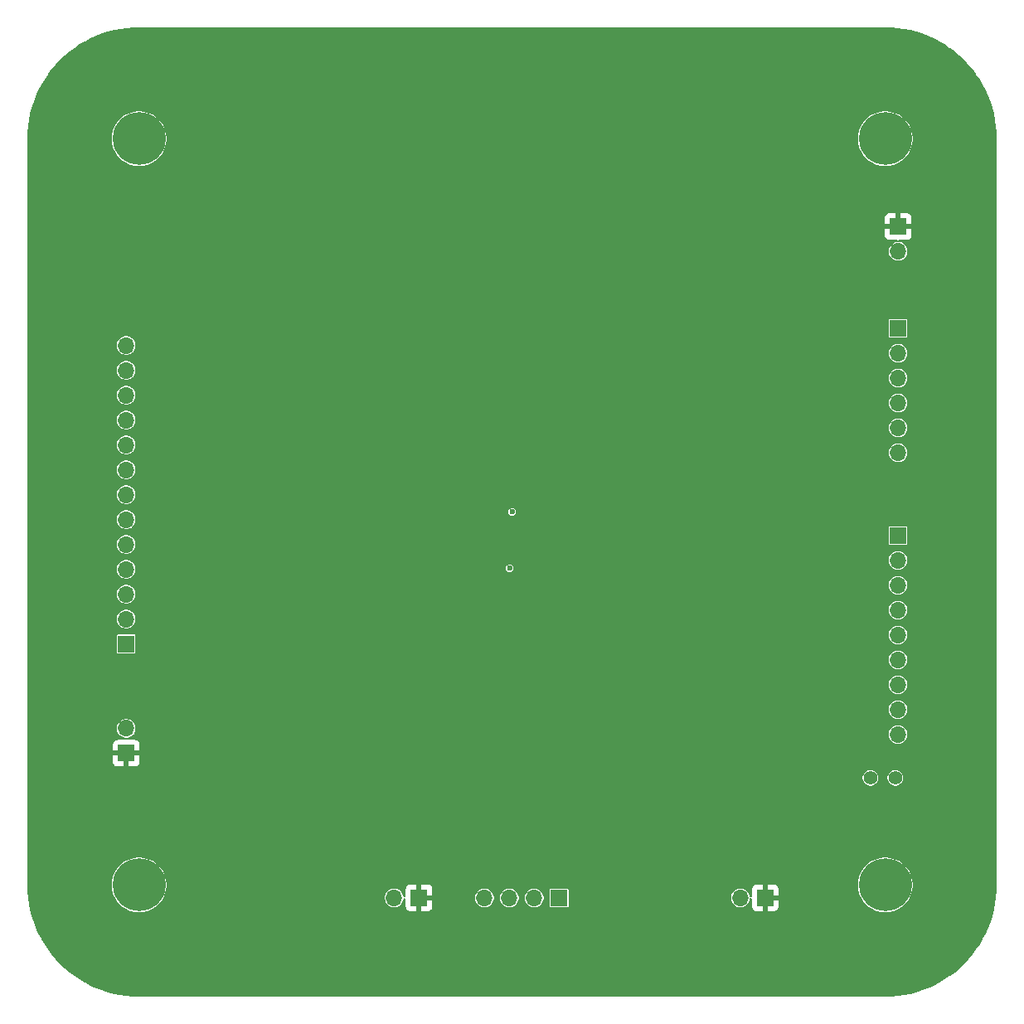
<source format=gbr>
%TF.GenerationSoftware,KiCad,Pcbnew,9.0.0-rc1*%
%TF.CreationDate,2025-01-08T18:27:09+01:00*%
%TF.ProjectId,HBST,48425354-2e6b-4696-9361-645f70636258,rev?*%
%TF.SameCoordinates,Original*%
%TF.FileFunction,Copper,L3,Inr*%
%TF.FilePolarity,Positive*%
%FSLAX46Y46*%
G04 Gerber Fmt 4.6, Leading zero omitted, Abs format (unit mm)*
G04 Created by KiCad (PCBNEW 9.0.0-rc1) date 2025-01-08 18:27:09*
%MOMM*%
%LPD*%
G01*
G04 APERTURE LIST*
%TA.AperFunction,ComponentPad*%
%ADD10C,5.400000*%
%TD*%
%TA.AperFunction,ComponentPad*%
%ADD11O,1.700000X1.700000*%
%TD*%
%TA.AperFunction,ComponentPad*%
%ADD12R,1.700000X1.700000*%
%TD*%
%TA.AperFunction,ComponentPad*%
%ADD13C,1.400000*%
%TD*%
%TA.AperFunction,ViaPad*%
%ADD14C,0.600000*%
%TD*%
G04 APERTURE END LIST*
D10*
%TO.N,N/C*%
%TO.C,H1*%
X111400000Y-61400000D03*
%TD*%
%TO.N,N/C*%
%TO.C,H2*%
X111400000Y-137600000D03*
%TD*%
%TO.N,N/C*%
%TO.C,H3*%
X187600000Y-137600000D03*
%TD*%
%TO.N,N/C*%
%TO.C,H4*%
X187600000Y-61400000D03*
%TD*%
D11*
%TO.N,GND*%
%TO.C,J6*%
X137460000Y-138900000D03*
D12*
%TO.N,VDD*%
X140000000Y-138900000D03*
%TD*%
D11*
%TO.N,GND*%
%TO.C,J3*%
X146680000Y-138925000D03*
%TO.N,/B_VDD*%
X149220000Y-138925000D03*
%TO.N,/B_Vvar_sd*%
X151760000Y-138925000D03*
D12*
%TO.N,/B_Vvar_b*%
X154300000Y-138925000D03*
%TD*%
D11*
%TO.N,GND*%
%TO.C,J1*%
X188925000Y-93450000D03*
%TO.N,/H_Vvar2_b*%
X188925000Y-90910000D03*
%TO.N,/H_Vvar2_sd*%
X188925000Y-88370000D03*
%TO.N,/H_Vvar1_sd*%
X188925000Y-85830000D03*
%TO.N,/H_Vvar1_b*%
X188925000Y-83290000D03*
D12*
%TO.N,/H_AVDD*%
X188925000Y-80750000D03*
%TD*%
D11*
%TO.N,GND*%
%TO.C,J7*%
X188925000Y-72900000D03*
D12*
%TO.N,VDD*%
X188925000Y-70360000D03*
%TD*%
D11*
%TO.N,GND*%
%TO.C,J2*%
X110100000Y-121600000D03*
D12*
%TO.N,VDD*%
X110100000Y-124140000D03*
%TD*%
D11*
%TO.N,GND*%
%TO.C,J8*%
X172800000Y-138900000D03*
D12*
%TO.N,VDD*%
X175340000Y-138900000D03*
%TD*%
D11*
%TO.N,GND*%
%TO.C,J5*%
X188900000Y-122220000D03*
%TO.N,Net-(J5-Pin_8)*%
X188900000Y-119680000D03*
%TO.N,/T_CK1*%
X188900000Y-117140000D03*
%TO.N,/T_RST_N*%
X188900000Y-114600000D03*
%TO.N,/T_CK2*%
X188900000Y-112060000D03*
%TO.N,/T_EN_SHIFT*%
X188900000Y-109520000D03*
%TO.N,/T_CK_SHIFT*%
X188900000Y-106980000D03*
%TO.N,/T_SDOUT*%
X188900000Y-104440000D03*
D12*
%TO.N,/T_SAMPLE*%
X188900000Y-101900000D03*
%TD*%
D13*
%TO.N,Net-(J5-Pin_8)*%
%TO.C,JP2*%
X188640000Y-126650000D03*
%TO.N,Net-(JP2-A)*%
X186100000Y-126650000D03*
%TD*%
D11*
%TO.N,GND*%
%TO.C,J4*%
X110100000Y-82500000D03*
%TO.N,/S_DC2_Vvar2_b*%
X110100000Y-85040000D03*
%TO.N,/S_DC2_Vvar2_sd*%
X110100000Y-87580000D03*
%TO.N,/S_DC2_Vvar1_sd*%
X110100000Y-90120000D03*
%TO.N,/S_DC2_Vvar1_b*%
X110100000Y-92660000D03*
%TO.N,/S_HC_Vvar1_b*%
X110100000Y-95200000D03*
%TO.N,/S_HC_Vvar1_sd*%
X110100000Y-97740000D03*
%TO.N,/S_HC_Vvar2_sd*%
X110100000Y-100280000D03*
%TO.N,/S_HC_Vvar2_b*%
X110100000Y-102820000D03*
%TO.N,/S_DC1_Vvar1_b*%
X110100000Y-105360000D03*
%TO.N,/S_DC1_Vvar1_sd*%
X110100000Y-107900000D03*
%TO.N,/S_DC1_Vvar2_sd*%
X110100000Y-110440000D03*
D12*
%TO.N,/S_DC1_Vvar2_b*%
X110100000Y-112980000D03*
%TD*%
D14*
%TO.N,GND*%
X149500000Y-99500000D03*
X149250000Y-105250000D03*
%TO.N,VDD*%
X143250000Y-103500000D03*
X139750000Y-93500000D03*
X166100000Y-95700000D03*
X155300000Y-109400000D03*
X160800000Y-92400000D03*
X138000000Y-88700000D03*
X158200000Y-107800000D03*
X161900000Y-88500000D03*
%TD*%
%TA.AperFunction,Conductor*%
%TO.N,VDD*%
G36*
X187601746Y-50000549D02*
G01*
X188235713Y-50018336D01*
X188242626Y-50018725D01*
X188872903Y-50071888D01*
X188879759Y-50072660D01*
X189506058Y-50161079D01*
X189512881Y-50162238D01*
X190133226Y-50285632D01*
X190139959Y-50287168D01*
X190752439Y-50445159D01*
X190759090Y-50447076D01*
X191361712Y-50639149D01*
X191368249Y-50641436D01*
X191959170Y-50867002D01*
X191965563Y-50869650D01*
X192542892Y-51127988D01*
X192549138Y-51130996D01*
X192924197Y-51324757D01*
X193111060Y-51421293D01*
X193117144Y-51424655D01*
X193637050Y-51731339D01*
X193661903Y-51745999D01*
X193667793Y-51749700D01*
X194193676Y-52101085D01*
X194199348Y-52105110D01*
X194704697Y-52485424D01*
X194710110Y-52489740D01*
X194874206Y-52628306D01*
X195193355Y-52897803D01*
X195198537Y-52902434D01*
X195658154Y-53336963D01*
X195663036Y-53341845D01*
X195933679Y-53628113D01*
X196097561Y-53801457D01*
X196102193Y-53806641D01*
X196403079Y-54162962D01*
X196510249Y-54289876D01*
X196514585Y-54295314D01*
X196894889Y-54800651D01*
X196898914Y-54806323D01*
X197250299Y-55332206D01*
X197254000Y-55338096D01*
X197575342Y-55882852D01*
X197578706Y-55888939D01*
X197868998Y-56450851D01*
X197872016Y-56457118D01*
X198130342Y-57034420D01*
X198133004Y-57040846D01*
X198358558Y-57631736D01*
X198360855Y-57638301D01*
X198552918Y-58240892D01*
X198554844Y-58247576D01*
X198712825Y-58860016D01*
X198714372Y-58866797D01*
X198837758Y-59487101D01*
X198838923Y-59493958D01*
X198927335Y-60120212D01*
X198928114Y-60127124D01*
X198981273Y-60757357D01*
X198981663Y-60764301D01*
X198999451Y-61398253D01*
X198999500Y-61401731D01*
X198999500Y-137598268D01*
X198999451Y-137601746D01*
X198981663Y-138235698D01*
X198981273Y-138242642D01*
X198928114Y-138872875D01*
X198927335Y-138879787D01*
X198838923Y-139506041D01*
X198837758Y-139512898D01*
X198714372Y-140133202D01*
X198712825Y-140139983D01*
X198554844Y-140752423D01*
X198552918Y-140759107D01*
X198360855Y-141361698D01*
X198358558Y-141368263D01*
X198133004Y-141959153D01*
X198130342Y-141965579D01*
X197872016Y-142542881D01*
X197868998Y-142549148D01*
X197578706Y-143111060D01*
X197575342Y-143117147D01*
X197254000Y-143661903D01*
X197250299Y-143667793D01*
X196898914Y-144193676D01*
X196894889Y-144199348D01*
X196514585Y-144704685D01*
X196510249Y-144710123D01*
X196102196Y-145193355D01*
X196097561Y-145198542D01*
X195663054Y-145658136D01*
X195658136Y-145663054D01*
X195198542Y-146097561D01*
X195193355Y-146102196D01*
X194710123Y-146510249D01*
X194704685Y-146514585D01*
X194199348Y-146894889D01*
X194193676Y-146898914D01*
X193667793Y-147250299D01*
X193661903Y-147254000D01*
X193117147Y-147575342D01*
X193111060Y-147578706D01*
X192549148Y-147868998D01*
X192542881Y-147872016D01*
X191965579Y-148130342D01*
X191959153Y-148133004D01*
X191368263Y-148358558D01*
X191361698Y-148360855D01*
X190759107Y-148552918D01*
X190752423Y-148554844D01*
X190139983Y-148712825D01*
X190133202Y-148714372D01*
X189512898Y-148837758D01*
X189506041Y-148838923D01*
X188879787Y-148927335D01*
X188872875Y-148928114D01*
X188242642Y-148981273D01*
X188235698Y-148981663D01*
X187601746Y-148999451D01*
X187598268Y-148999500D01*
X111401732Y-148999500D01*
X111398254Y-148999451D01*
X110764301Y-148981663D01*
X110757357Y-148981273D01*
X110127124Y-148928114D01*
X110120212Y-148927335D01*
X109493958Y-148838923D01*
X109487101Y-148837758D01*
X108866797Y-148714372D01*
X108860016Y-148712825D01*
X108247576Y-148554844D01*
X108240892Y-148552918D01*
X107638301Y-148360855D01*
X107631736Y-148358558D01*
X107040846Y-148133004D01*
X107034420Y-148130342D01*
X106457118Y-147872016D01*
X106450851Y-147868998D01*
X105888939Y-147578706D01*
X105882852Y-147575342D01*
X105338096Y-147254000D01*
X105332206Y-147250299D01*
X104806323Y-146898914D01*
X104800651Y-146894889D01*
X104295314Y-146514585D01*
X104289876Y-146510249D01*
X103806644Y-146102196D01*
X103801457Y-146097561D01*
X103341845Y-145663036D01*
X103336963Y-145658154D01*
X102902434Y-145198537D01*
X102897803Y-145193355D01*
X102489740Y-144710110D01*
X102485424Y-144704697D01*
X102105110Y-144199348D01*
X102101085Y-144193676D01*
X101749700Y-143667793D01*
X101745999Y-143661903D01*
X101424657Y-143117147D01*
X101421293Y-143111060D01*
X101131001Y-142549148D01*
X101127983Y-142542881D01*
X100869650Y-141965563D01*
X100867002Y-141959170D01*
X100641436Y-141368249D01*
X100639144Y-141361698D01*
X100447081Y-140759107D01*
X100445159Y-140752439D01*
X100287168Y-140139959D01*
X100285632Y-140133226D01*
X100162238Y-139512881D01*
X100161079Y-139506058D01*
X100072660Y-138879759D01*
X100071888Y-138872903D01*
X100018725Y-138242626D01*
X100018336Y-138235698D01*
X100016961Y-138186700D01*
X100000549Y-137601746D01*
X100000500Y-137598268D01*
X100000500Y-137442722D01*
X108599500Y-137442722D01*
X108599500Y-137757277D01*
X108634716Y-138069827D01*
X108634718Y-138069843D01*
X108704710Y-138376499D01*
X108704711Y-138376501D01*
X108808598Y-138673395D01*
X108945072Y-138956786D01*
X108945074Y-138956789D01*
X109112423Y-139223123D01*
X109308539Y-139469044D01*
X109530956Y-139691461D01*
X109776877Y-139887577D01*
X110043211Y-140054926D01*
X110326606Y-140191402D01*
X110623500Y-140295289D01*
X110930160Y-140365282D01*
X111242723Y-140400499D01*
X111242724Y-140400500D01*
X111242727Y-140400500D01*
X111557276Y-140400500D01*
X111557276Y-140400499D01*
X111869840Y-140365282D01*
X112176500Y-140295289D01*
X112473394Y-140191402D01*
X112756789Y-140054926D01*
X113023123Y-139887577D01*
X113269044Y-139691461D01*
X113491461Y-139469044D01*
X113687577Y-139223123D01*
X113854926Y-138956789D01*
X113927360Y-138806379D01*
X136509500Y-138806379D01*
X136509500Y-138993620D01*
X136546025Y-139177243D01*
X136546027Y-139177251D01*
X136617676Y-139350228D01*
X136617681Y-139350237D01*
X136721697Y-139505907D01*
X136721700Y-139505911D01*
X136854088Y-139638299D01*
X136854092Y-139638302D01*
X137009762Y-139742318D01*
X137009768Y-139742321D01*
X137009769Y-139742322D01*
X137182749Y-139813973D01*
X137351086Y-139847457D01*
X137366379Y-139850499D01*
X137366383Y-139850500D01*
X137366384Y-139850500D01*
X137553617Y-139850500D01*
X137553618Y-139850499D01*
X137737251Y-139813973D01*
X137910231Y-139742322D01*
X138065908Y-139638302D01*
X138198302Y-139505908D01*
X138302322Y-139350231D01*
X138373973Y-139177251D01*
X138401769Y-139037510D01*
X138404383Y-139024371D01*
X138436768Y-138962460D01*
X138497483Y-138927886D01*
X138567253Y-138931625D01*
X138623925Y-138972491D01*
X138649506Y-139037510D01*
X138650000Y-139048562D01*
X138650000Y-139797844D01*
X138656401Y-139857372D01*
X138656403Y-139857379D01*
X138706645Y-139992086D01*
X138706649Y-139992093D01*
X138792809Y-140107187D01*
X138792812Y-140107190D01*
X138907906Y-140193350D01*
X138907913Y-140193354D01*
X139042620Y-140243596D01*
X139042627Y-140243598D01*
X139102155Y-140249999D01*
X139102172Y-140250000D01*
X139750000Y-140250000D01*
X139750000Y-139333012D01*
X139807007Y-139365925D01*
X139934174Y-139400000D01*
X140065826Y-139400000D01*
X140192993Y-139365925D01*
X140250000Y-139333012D01*
X140250000Y-140250000D01*
X140897828Y-140250000D01*
X140897844Y-140249999D01*
X140957372Y-140243598D01*
X140957379Y-140243596D01*
X141092086Y-140193354D01*
X141092093Y-140193350D01*
X141207187Y-140107190D01*
X141207190Y-140107187D01*
X141293350Y-139992093D01*
X141293354Y-139992086D01*
X141343596Y-139857379D01*
X141343598Y-139857372D01*
X141349999Y-139797844D01*
X141350000Y-139797827D01*
X141350000Y-139150000D01*
X140433012Y-139150000D01*
X140465925Y-139092993D01*
X140500000Y-138965826D01*
X140500000Y-138834174D01*
X140499251Y-138831379D01*
X145729500Y-138831379D01*
X145729500Y-139018620D01*
X145766025Y-139202243D01*
X145766027Y-139202251D01*
X145837676Y-139375228D01*
X145837681Y-139375237D01*
X145941697Y-139530907D01*
X145941700Y-139530911D01*
X146074088Y-139663299D01*
X146074092Y-139663302D01*
X146229762Y-139767318D01*
X146229768Y-139767321D01*
X146229769Y-139767322D01*
X146402749Y-139838973D01*
X146586374Y-139875498D01*
X146586379Y-139875499D01*
X146586383Y-139875500D01*
X146586384Y-139875500D01*
X146773617Y-139875500D01*
X146773618Y-139875499D01*
X146957251Y-139838973D01*
X147130231Y-139767322D01*
X147285908Y-139663302D01*
X147418302Y-139530908D01*
X147522322Y-139375231D01*
X147593973Y-139202251D01*
X147630500Y-139018616D01*
X147630500Y-138831384D01*
X147630499Y-138831379D01*
X148269500Y-138831379D01*
X148269500Y-139018620D01*
X148306025Y-139202243D01*
X148306027Y-139202251D01*
X148377676Y-139375228D01*
X148377681Y-139375237D01*
X148481697Y-139530907D01*
X148481700Y-139530911D01*
X148614088Y-139663299D01*
X148614092Y-139663302D01*
X148769762Y-139767318D01*
X148769768Y-139767321D01*
X148769769Y-139767322D01*
X148942749Y-139838973D01*
X149126374Y-139875498D01*
X149126379Y-139875499D01*
X149126383Y-139875500D01*
X149126384Y-139875500D01*
X149313617Y-139875500D01*
X149313618Y-139875499D01*
X149497251Y-139838973D01*
X149670231Y-139767322D01*
X149825908Y-139663302D01*
X149958302Y-139530908D01*
X150062322Y-139375231D01*
X150133973Y-139202251D01*
X150170500Y-139018616D01*
X150170500Y-138831384D01*
X150170499Y-138831379D01*
X150809500Y-138831379D01*
X150809500Y-139018620D01*
X150846025Y-139202243D01*
X150846027Y-139202251D01*
X150917676Y-139375228D01*
X150917681Y-139375237D01*
X151021697Y-139530907D01*
X151021700Y-139530911D01*
X151154088Y-139663299D01*
X151154092Y-139663302D01*
X151309762Y-139767318D01*
X151309768Y-139767321D01*
X151309769Y-139767322D01*
X151482749Y-139838973D01*
X151666374Y-139875498D01*
X151666379Y-139875499D01*
X151666383Y-139875500D01*
X151666384Y-139875500D01*
X151853617Y-139875500D01*
X151853618Y-139875499D01*
X152037251Y-139838973D01*
X152210231Y-139767322D01*
X152365908Y-139663302D01*
X152498302Y-139530908D01*
X152602322Y-139375231D01*
X152673973Y-139202251D01*
X152710500Y-139018616D01*
X152710500Y-138831384D01*
X152673973Y-138647749D01*
X152602322Y-138474769D01*
X152602321Y-138474768D01*
X152602318Y-138474762D01*
X152498302Y-138319092D01*
X152498299Y-138319088D01*
X152365911Y-138186700D01*
X152365907Y-138186697D01*
X152329112Y-138162111D01*
X152210237Y-138082681D01*
X152210228Y-138082676D01*
X152167791Y-138065098D01*
X153349500Y-138065098D01*
X153349500Y-139784894D01*
X153349501Y-139784902D01*
X153355330Y-139814212D01*
X153377542Y-139847457D01*
X153382097Y-139850500D01*
X153410787Y-139869669D01*
X153410790Y-139869669D01*
X153410791Y-139869670D01*
X153420647Y-139871630D01*
X153440101Y-139875500D01*
X155159898Y-139875499D01*
X155189213Y-139869669D01*
X155222457Y-139847457D01*
X155244669Y-139814213D01*
X155250500Y-139784899D01*
X155250499Y-138806379D01*
X171849500Y-138806379D01*
X171849500Y-138993620D01*
X171886025Y-139177243D01*
X171886027Y-139177251D01*
X171957676Y-139350228D01*
X171957681Y-139350237D01*
X172061697Y-139505907D01*
X172061700Y-139505911D01*
X172194088Y-139638299D01*
X172194092Y-139638302D01*
X172349762Y-139742318D01*
X172349768Y-139742321D01*
X172349769Y-139742322D01*
X172522749Y-139813973D01*
X172691086Y-139847457D01*
X172706379Y-139850499D01*
X172706383Y-139850500D01*
X172706384Y-139850500D01*
X172893617Y-139850500D01*
X172893618Y-139850499D01*
X173077251Y-139813973D01*
X173250231Y-139742322D01*
X173405908Y-139638302D01*
X173538302Y-139505908D01*
X173642322Y-139350231D01*
X173713973Y-139177251D01*
X173741769Y-139037510D01*
X173744383Y-139024371D01*
X173776768Y-138962460D01*
X173837483Y-138927886D01*
X173907253Y-138931625D01*
X173963925Y-138972491D01*
X173989506Y-139037510D01*
X173990000Y-139048562D01*
X173990000Y-139797844D01*
X173996401Y-139857372D01*
X173996403Y-139857379D01*
X174046645Y-139992086D01*
X174046649Y-139992093D01*
X174132809Y-140107187D01*
X174132812Y-140107190D01*
X174247906Y-140193350D01*
X174247913Y-140193354D01*
X174382620Y-140243596D01*
X174382627Y-140243598D01*
X174442155Y-140249999D01*
X174442172Y-140250000D01*
X175090000Y-140250000D01*
X175090000Y-139333012D01*
X175147007Y-139365925D01*
X175274174Y-139400000D01*
X175405826Y-139400000D01*
X175532993Y-139365925D01*
X175590000Y-139333012D01*
X175590000Y-140250000D01*
X176237828Y-140250000D01*
X176237844Y-140249999D01*
X176297372Y-140243598D01*
X176297379Y-140243596D01*
X176432086Y-140193354D01*
X176432093Y-140193350D01*
X176547187Y-140107190D01*
X176547190Y-140107187D01*
X176633350Y-139992093D01*
X176633354Y-139992086D01*
X176683596Y-139857379D01*
X176683598Y-139857372D01*
X176689999Y-139797844D01*
X176690000Y-139797827D01*
X176690000Y-139150000D01*
X175773012Y-139150000D01*
X175805925Y-139092993D01*
X175840000Y-138965826D01*
X175840000Y-138834174D01*
X175805925Y-138707007D01*
X175773012Y-138650000D01*
X176690000Y-138650000D01*
X176690000Y-138002172D01*
X176689999Y-138002155D01*
X176683598Y-137942627D01*
X176683596Y-137942620D01*
X176633354Y-137807913D01*
X176633350Y-137807906D01*
X176547190Y-137692812D01*
X176547187Y-137692809D01*
X176432093Y-137606649D01*
X176432086Y-137606645D01*
X176297378Y-137556402D01*
X176297372Y-137556401D01*
X176237844Y-137550000D01*
X175590000Y-137550000D01*
X175590000Y-138466988D01*
X175532993Y-138434075D01*
X175405826Y-138400000D01*
X175274174Y-138400000D01*
X175147007Y-138434075D01*
X175090000Y-138466988D01*
X175090000Y-137550000D01*
X174442155Y-137550000D01*
X174382627Y-137556401D01*
X174382620Y-137556403D01*
X174247913Y-137606645D01*
X174247906Y-137606649D01*
X174132812Y-137692809D01*
X174132809Y-137692812D01*
X174046649Y-137807906D01*
X174046645Y-137807913D01*
X173996403Y-137942620D01*
X173996401Y-137942627D01*
X173990000Y-138002155D01*
X173990000Y-138751437D01*
X173970315Y-138818476D01*
X173917511Y-138864231D01*
X173848353Y-138874175D01*
X173784797Y-138845150D01*
X173747023Y-138786372D01*
X173744383Y-138775628D01*
X173724047Y-138673394D01*
X173713973Y-138622749D01*
X173652677Y-138474769D01*
X173642323Y-138449771D01*
X173642318Y-138449762D01*
X173538302Y-138294092D01*
X173538299Y-138294088D01*
X173405911Y-138161700D01*
X173405907Y-138161697D01*
X173250237Y-138057681D01*
X173250228Y-138057676D01*
X173077251Y-137986027D01*
X173077243Y-137986025D01*
X172893620Y-137949500D01*
X172893616Y-137949500D01*
X172706384Y-137949500D01*
X172706379Y-137949500D01*
X172522756Y-137986025D01*
X172522748Y-137986027D01*
X172349771Y-138057676D01*
X172349762Y-138057681D01*
X172194092Y-138161697D01*
X172194088Y-138161700D01*
X172061700Y-138294088D01*
X172061697Y-138294092D01*
X171957681Y-138449762D01*
X171957676Y-138449771D01*
X171886027Y-138622748D01*
X171886025Y-138622756D01*
X171849500Y-138806379D01*
X155250499Y-138806379D01*
X155250499Y-138065102D01*
X155244669Y-138035787D01*
X155228126Y-138011027D01*
X155222457Y-138002542D01*
X155189214Y-137980332D01*
X155189215Y-137980332D01*
X155189213Y-137980331D01*
X155189211Y-137980330D01*
X155189208Y-137980329D01*
X155159901Y-137974500D01*
X153440105Y-137974500D01*
X153440097Y-137974501D01*
X153410787Y-137980330D01*
X153377542Y-138002542D01*
X153355332Y-138035785D01*
X153355329Y-138035791D01*
X153349500Y-138065098D01*
X152167791Y-138065098D01*
X152037251Y-138011027D01*
X152037243Y-138011025D01*
X151853620Y-137974500D01*
X151853616Y-137974500D01*
X151666384Y-137974500D01*
X151666379Y-137974500D01*
X151482756Y-138011025D01*
X151482748Y-138011027D01*
X151309771Y-138082676D01*
X151309762Y-138082681D01*
X151154092Y-138186697D01*
X151154088Y-138186700D01*
X151021700Y-138319088D01*
X151021697Y-138319092D01*
X150917681Y-138474762D01*
X150917676Y-138474771D01*
X150846027Y-138647748D01*
X150846025Y-138647756D01*
X150809500Y-138831379D01*
X150170499Y-138831379D01*
X150133973Y-138647749D01*
X150062322Y-138474769D01*
X150062321Y-138474768D01*
X150062318Y-138474762D01*
X149958302Y-138319092D01*
X149958299Y-138319088D01*
X149825911Y-138186700D01*
X149825907Y-138186697D01*
X149670237Y-138082681D01*
X149670228Y-138082676D01*
X149497251Y-138011027D01*
X149497243Y-138011025D01*
X149313620Y-137974500D01*
X149313616Y-137974500D01*
X149126384Y-137974500D01*
X149126379Y-137974500D01*
X148942756Y-138011025D01*
X148942748Y-138011027D01*
X148769771Y-138082676D01*
X148769762Y-138082681D01*
X148614092Y-138186697D01*
X148614088Y-138186700D01*
X148481700Y-138319088D01*
X148481697Y-138319092D01*
X148377681Y-138474762D01*
X148377676Y-138474771D01*
X148306027Y-138647748D01*
X148306025Y-138647756D01*
X148269500Y-138831379D01*
X147630499Y-138831379D01*
X147593973Y-138647749D01*
X147522322Y-138474769D01*
X147522321Y-138474768D01*
X147522318Y-138474762D01*
X147418302Y-138319092D01*
X147418299Y-138319088D01*
X147285911Y-138186700D01*
X147285907Y-138186697D01*
X147130237Y-138082681D01*
X147130228Y-138082676D01*
X146957251Y-138011027D01*
X146957243Y-138011025D01*
X146773620Y-137974500D01*
X146773616Y-137974500D01*
X146586384Y-137974500D01*
X146586379Y-137974500D01*
X146402756Y-138011025D01*
X146402748Y-138011027D01*
X146229771Y-138082676D01*
X146229762Y-138082681D01*
X146074092Y-138186697D01*
X146074088Y-138186700D01*
X145941700Y-138319088D01*
X145941697Y-138319092D01*
X145837681Y-138474762D01*
X145837676Y-138474771D01*
X145766027Y-138647748D01*
X145766025Y-138647756D01*
X145729500Y-138831379D01*
X140499251Y-138831379D01*
X140465925Y-138707007D01*
X140433012Y-138650000D01*
X141350000Y-138650000D01*
X141350000Y-138002172D01*
X141349999Y-138002155D01*
X141343598Y-137942627D01*
X141343596Y-137942620D01*
X141293354Y-137807913D01*
X141293350Y-137807906D01*
X141207190Y-137692812D01*
X141207187Y-137692809D01*
X141092093Y-137606649D01*
X141092086Y-137606645D01*
X140957379Y-137556403D01*
X140957372Y-137556401D01*
X140897844Y-137550000D01*
X140250000Y-137550000D01*
X140250000Y-138466988D01*
X140192993Y-138434075D01*
X140065826Y-138400000D01*
X139934174Y-138400000D01*
X139807007Y-138434075D01*
X139750000Y-138466988D01*
X139750000Y-137550000D01*
X139102155Y-137550000D01*
X139042627Y-137556401D01*
X139042620Y-137556403D01*
X138907913Y-137606645D01*
X138907906Y-137606649D01*
X138792812Y-137692809D01*
X138792809Y-137692812D01*
X138706649Y-137807906D01*
X138706645Y-137807913D01*
X138656403Y-137942620D01*
X138656401Y-137942627D01*
X138650000Y-138002155D01*
X138650000Y-138751437D01*
X138630315Y-138818476D01*
X138577511Y-138864231D01*
X138508353Y-138874175D01*
X138444797Y-138845150D01*
X138407023Y-138786372D01*
X138404383Y-138775628D01*
X138384047Y-138673394D01*
X138373973Y-138622749D01*
X138312677Y-138474769D01*
X138302323Y-138449771D01*
X138302318Y-138449762D01*
X138198302Y-138294092D01*
X138198299Y-138294088D01*
X138065911Y-138161700D01*
X138065907Y-138161697D01*
X137910237Y-138057681D01*
X137910228Y-138057676D01*
X137737251Y-137986027D01*
X137737243Y-137986025D01*
X137553620Y-137949500D01*
X137553616Y-137949500D01*
X137366384Y-137949500D01*
X137366379Y-137949500D01*
X137182756Y-137986025D01*
X137182748Y-137986027D01*
X137009771Y-138057676D01*
X137009762Y-138057681D01*
X136854092Y-138161697D01*
X136854088Y-138161700D01*
X136721700Y-138294088D01*
X136721697Y-138294092D01*
X136617681Y-138449762D01*
X136617676Y-138449771D01*
X136546027Y-138622748D01*
X136546025Y-138622756D01*
X136509500Y-138806379D01*
X113927360Y-138806379D01*
X113942169Y-138775628D01*
X113956201Y-138746490D01*
X113975215Y-138707007D01*
X113991402Y-138673394D01*
X114095289Y-138376500D01*
X114165282Y-138069840D01*
X114200500Y-137757273D01*
X114200500Y-137442727D01*
X114200499Y-137442722D01*
X184799500Y-137442722D01*
X184799500Y-137757277D01*
X184834716Y-138069827D01*
X184834718Y-138069843D01*
X184904710Y-138376499D01*
X184904711Y-138376501D01*
X185008598Y-138673395D01*
X185145072Y-138956786D01*
X185145074Y-138956789D01*
X185312423Y-139223123D01*
X185508539Y-139469044D01*
X185730956Y-139691461D01*
X185976877Y-139887577D01*
X186243211Y-140054926D01*
X186526606Y-140191402D01*
X186823500Y-140295289D01*
X187130160Y-140365282D01*
X187442723Y-140400499D01*
X187442724Y-140400500D01*
X187442727Y-140400500D01*
X187757276Y-140400500D01*
X187757276Y-140400499D01*
X188069840Y-140365282D01*
X188376500Y-140295289D01*
X188673394Y-140191402D01*
X188956789Y-140054926D01*
X189223123Y-139887577D01*
X189469044Y-139691461D01*
X189691461Y-139469044D01*
X189887577Y-139223123D01*
X190054926Y-138956789D01*
X190191402Y-138673394D01*
X190295289Y-138376500D01*
X190365282Y-138069840D01*
X190400500Y-137757273D01*
X190400500Y-137442727D01*
X190365282Y-137130160D01*
X190295289Y-136823500D01*
X190191402Y-136526606D01*
X190054926Y-136243211D01*
X189887577Y-135976877D01*
X189691461Y-135730956D01*
X189469044Y-135508539D01*
X189223123Y-135312423D01*
X188956789Y-135145074D01*
X188956786Y-135145072D01*
X188673395Y-135008598D01*
X188376501Y-134904711D01*
X188376499Y-134904710D01*
X188069843Y-134834718D01*
X188069827Y-134834716D01*
X187757277Y-134799500D01*
X187757273Y-134799500D01*
X187442727Y-134799500D01*
X187442722Y-134799500D01*
X187130172Y-134834716D01*
X187130156Y-134834718D01*
X186823500Y-134904710D01*
X186823498Y-134904711D01*
X186526604Y-135008598D01*
X186243213Y-135145072D01*
X185976878Y-135312422D01*
X185730956Y-135508538D01*
X185508538Y-135730956D01*
X185312422Y-135976878D01*
X185145072Y-136243213D01*
X185008598Y-136526604D01*
X184904711Y-136823498D01*
X184904710Y-136823500D01*
X184834718Y-137130156D01*
X184834716Y-137130172D01*
X184799500Y-137442722D01*
X114200499Y-137442722D01*
X114165282Y-137130160D01*
X114095289Y-136823500D01*
X113991402Y-136526606D01*
X113854926Y-136243211D01*
X113687577Y-135976877D01*
X113491461Y-135730956D01*
X113269044Y-135508539D01*
X113023123Y-135312423D01*
X112756789Y-135145074D01*
X112756786Y-135145072D01*
X112473395Y-135008598D01*
X112176501Y-134904711D01*
X112176499Y-134904710D01*
X111869843Y-134834718D01*
X111869827Y-134834716D01*
X111557277Y-134799500D01*
X111557273Y-134799500D01*
X111242727Y-134799500D01*
X111242722Y-134799500D01*
X110930172Y-134834716D01*
X110930156Y-134834718D01*
X110623500Y-134904710D01*
X110623498Y-134904711D01*
X110326604Y-135008598D01*
X110043213Y-135145072D01*
X109776878Y-135312422D01*
X109530956Y-135508538D01*
X109308538Y-135730956D01*
X109112422Y-135976878D01*
X108945072Y-136243213D01*
X108808598Y-136526604D01*
X108704711Y-136823498D01*
X108704710Y-136823500D01*
X108634718Y-137130156D01*
X108634716Y-137130172D01*
X108599500Y-137442722D01*
X100000500Y-137442722D01*
X100000500Y-126571153D01*
X185299500Y-126571153D01*
X185299500Y-126728846D01*
X185330261Y-126883489D01*
X185330264Y-126883501D01*
X185390602Y-127029172D01*
X185390609Y-127029185D01*
X185478210Y-127160288D01*
X185478213Y-127160292D01*
X185589707Y-127271786D01*
X185589711Y-127271789D01*
X185720814Y-127359390D01*
X185720827Y-127359397D01*
X185866498Y-127419735D01*
X185866503Y-127419737D01*
X186021153Y-127450499D01*
X186021156Y-127450500D01*
X186021158Y-127450500D01*
X186178844Y-127450500D01*
X186178845Y-127450499D01*
X186333497Y-127419737D01*
X186479179Y-127359394D01*
X186610289Y-127271789D01*
X186721789Y-127160289D01*
X186809394Y-127029179D01*
X186869737Y-126883497D01*
X186900500Y-126728842D01*
X186900500Y-126571158D01*
X186900500Y-126571155D01*
X186900499Y-126571153D01*
X187839500Y-126571153D01*
X187839500Y-126728846D01*
X187870261Y-126883489D01*
X187870264Y-126883501D01*
X187930602Y-127029172D01*
X187930609Y-127029185D01*
X188018210Y-127160288D01*
X188018213Y-127160292D01*
X188129707Y-127271786D01*
X188129711Y-127271789D01*
X188260814Y-127359390D01*
X188260827Y-127359397D01*
X188406498Y-127419735D01*
X188406503Y-127419737D01*
X188561153Y-127450499D01*
X188561156Y-127450500D01*
X188561158Y-127450500D01*
X188718844Y-127450500D01*
X188718845Y-127450499D01*
X188873497Y-127419737D01*
X189019179Y-127359394D01*
X189150289Y-127271789D01*
X189261789Y-127160289D01*
X189349394Y-127029179D01*
X189409737Y-126883497D01*
X189440500Y-126728842D01*
X189440500Y-126571158D01*
X189440500Y-126571155D01*
X189440499Y-126571153D01*
X189409738Y-126416510D01*
X189409737Y-126416503D01*
X189409735Y-126416498D01*
X189349397Y-126270827D01*
X189349390Y-126270814D01*
X189261789Y-126139711D01*
X189261786Y-126139707D01*
X189150292Y-126028213D01*
X189150288Y-126028210D01*
X189019185Y-125940609D01*
X189019172Y-125940602D01*
X188873501Y-125880264D01*
X188873489Y-125880261D01*
X188718845Y-125849500D01*
X188718842Y-125849500D01*
X188561158Y-125849500D01*
X188561155Y-125849500D01*
X188406510Y-125880261D01*
X188406498Y-125880264D01*
X188260827Y-125940602D01*
X188260814Y-125940609D01*
X188129711Y-126028210D01*
X188129707Y-126028213D01*
X188018213Y-126139707D01*
X188018210Y-126139711D01*
X187930609Y-126270814D01*
X187930602Y-126270827D01*
X187870264Y-126416498D01*
X187870261Y-126416510D01*
X187839500Y-126571153D01*
X186900499Y-126571153D01*
X186869738Y-126416510D01*
X186869737Y-126416503D01*
X186869735Y-126416498D01*
X186809397Y-126270827D01*
X186809390Y-126270814D01*
X186721789Y-126139711D01*
X186721786Y-126139707D01*
X186610292Y-126028213D01*
X186610288Y-126028210D01*
X186479185Y-125940609D01*
X186479172Y-125940602D01*
X186333501Y-125880264D01*
X186333489Y-125880261D01*
X186178845Y-125849500D01*
X186178842Y-125849500D01*
X186021158Y-125849500D01*
X186021155Y-125849500D01*
X185866510Y-125880261D01*
X185866498Y-125880264D01*
X185720827Y-125940602D01*
X185720814Y-125940609D01*
X185589711Y-126028210D01*
X185589707Y-126028213D01*
X185478213Y-126139707D01*
X185478210Y-126139711D01*
X185390609Y-126270814D01*
X185390602Y-126270827D01*
X185330264Y-126416498D01*
X185330261Y-126416510D01*
X185299500Y-126571153D01*
X100000500Y-126571153D01*
X100000500Y-123242155D01*
X108750000Y-123242155D01*
X108750000Y-123890000D01*
X109666988Y-123890000D01*
X109634075Y-123947007D01*
X109600000Y-124074174D01*
X109600000Y-124205826D01*
X109634075Y-124332993D01*
X109666988Y-124390000D01*
X108750000Y-124390000D01*
X108750000Y-125037844D01*
X108756401Y-125097372D01*
X108756403Y-125097379D01*
X108806645Y-125232086D01*
X108806649Y-125232093D01*
X108892809Y-125347187D01*
X108892812Y-125347190D01*
X109007906Y-125433350D01*
X109007913Y-125433354D01*
X109142620Y-125483596D01*
X109142627Y-125483598D01*
X109202155Y-125489999D01*
X109202172Y-125490000D01*
X109850000Y-125490000D01*
X109850000Y-124573012D01*
X109907007Y-124605925D01*
X110034174Y-124640000D01*
X110165826Y-124640000D01*
X110292993Y-124605925D01*
X110350000Y-124573012D01*
X110350000Y-125490000D01*
X110997828Y-125490000D01*
X110997844Y-125489999D01*
X111057372Y-125483598D01*
X111057379Y-125483596D01*
X111192086Y-125433354D01*
X111192093Y-125433350D01*
X111307187Y-125347190D01*
X111307190Y-125347187D01*
X111393350Y-125232093D01*
X111393354Y-125232086D01*
X111443596Y-125097379D01*
X111443598Y-125097372D01*
X111449999Y-125037844D01*
X111450000Y-125037827D01*
X111450000Y-124390000D01*
X110533012Y-124390000D01*
X110565925Y-124332993D01*
X110600000Y-124205826D01*
X110600000Y-124074174D01*
X110565925Y-123947007D01*
X110533012Y-123890000D01*
X111450000Y-123890000D01*
X111450000Y-123242172D01*
X111449999Y-123242155D01*
X111443598Y-123182627D01*
X111443596Y-123182620D01*
X111393354Y-123047913D01*
X111393350Y-123047906D01*
X111307190Y-122932812D01*
X111307187Y-122932809D01*
X111192093Y-122846649D01*
X111192086Y-122846645D01*
X111057379Y-122796403D01*
X111057372Y-122796401D01*
X110997844Y-122790000D01*
X110248562Y-122790000D01*
X110181523Y-122770315D01*
X110135768Y-122717511D01*
X110125824Y-122648353D01*
X110154849Y-122584797D01*
X110213627Y-122547023D01*
X110224371Y-122544383D01*
X110294731Y-122530387D01*
X110377251Y-122513973D01*
X110550231Y-122442322D01*
X110705908Y-122338302D01*
X110838302Y-122205908D01*
X110891442Y-122126379D01*
X187949500Y-122126379D01*
X187949500Y-122313620D01*
X187986025Y-122497243D01*
X187986027Y-122497251D01*
X188057676Y-122670228D01*
X188057681Y-122670237D01*
X188161697Y-122825907D01*
X188161700Y-122825911D01*
X188294088Y-122958299D01*
X188294092Y-122958302D01*
X188449762Y-123062318D01*
X188449768Y-123062321D01*
X188449769Y-123062322D01*
X188622749Y-123133973D01*
X188806379Y-123170499D01*
X188806383Y-123170500D01*
X188806384Y-123170500D01*
X188993617Y-123170500D01*
X188993618Y-123170499D01*
X189177251Y-123133973D01*
X189350231Y-123062322D01*
X189505908Y-122958302D01*
X189638302Y-122825908D01*
X189742322Y-122670231D01*
X189813973Y-122497251D01*
X189850500Y-122313616D01*
X189850500Y-122126384D01*
X189813973Y-121942749D01*
X189742322Y-121769769D01*
X189742321Y-121769768D01*
X189742318Y-121769762D01*
X189638302Y-121614092D01*
X189638299Y-121614088D01*
X189505911Y-121481700D01*
X189505907Y-121481697D01*
X189350237Y-121377681D01*
X189350228Y-121377676D01*
X189177251Y-121306027D01*
X189177243Y-121306025D01*
X188993620Y-121269500D01*
X188993616Y-121269500D01*
X188806384Y-121269500D01*
X188806379Y-121269500D01*
X188622756Y-121306025D01*
X188622748Y-121306027D01*
X188449771Y-121377676D01*
X188449762Y-121377681D01*
X188294092Y-121481697D01*
X188294088Y-121481700D01*
X188161700Y-121614088D01*
X188161697Y-121614092D01*
X188057681Y-121769762D01*
X188057676Y-121769771D01*
X187986027Y-121942748D01*
X187986025Y-121942756D01*
X187949500Y-122126379D01*
X110891442Y-122126379D01*
X110941541Y-122051401D01*
X110942319Y-122050235D01*
X110942322Y-122050231D01*
X111013973Y-121877251D01*
X111050500Y-121693616D01*
X111050500Y-121506384D01*
X111013973Y-121322749D01*
X110942322Y-121149769D01*
X110942321Y-121149768D01*
X110942318Y-121149762D01*
X110838302Y-120994092D01*
X110838299Y-120994088D01*
X110705911Y-120861700D01*
X110705907Y-120861697D01*
X110550237Y-120757681D01*
X110550228Y-120757676D01*
X110377251Y-120686027D01*
X110377243Y-120686025D01*
X110193620Y-120649500D01*
X110193616Y-120649500D01*
X110006384Y-120649500D01*
X110006379Y-120649500D01*
X109822756Y-120686025D01*
X109822748Y-120686027D01*
X109649771Y-120757676D01*
X109649762Y-120757681D01*
X109494092Y-120861697D01*
X109494088Y-120861700D01*
X109361700Y-120994088D01*
X109361697Y-120994092D01*
X109257681Y-121149762D01*
X109257676Y-121149771D01*
X109186027Y-121322748D01*
X109186025Y-121322756D01*
X109149500Y-121506379D01*
X109149500Y-121693620D01*
X109186025Y-121877243D01*
X109186027Y-121877251D01*
X109257676Y-122050228D01*
X109257681Y-122050237D01*
X109361697Y-122205907D01*
X109361700Y-122205911D01*
X109494088Y-122338299D01*
X109494092Y-122338302D01*
X109649762Y-122442318D01*
X109649768Y-122442321D01*
X109649769Y-122442322D01*
X109822749Y-122513973D01*
X109889658Y-122527282D01*
X109975629Y-122544383D01*
X110037540Y-122576768D01*
X110072114Y-122637483D01*
X110068375Y-122707253D01*
X110027509Y-122763925D01*
X109962490Y-122789506D01*
X109951438Y-122790000D01*
X109202155Y-122790000D01*
X109142627Y-122796401D01*
X109142620Y-122796403D01*
X109007913Y-122846645D01*
X109007906Y-122846649D01*
X108892812Y-122932809D01*
X108892809Y-122932812D01*
X108806649Y-123047906D01*
X108806645Y-123047913D01*
X108756403Y-123182620D01*
X108756401Y-123182627D01*
X108750000Y-123242155D01*
X100000500Y-123242155D01*
X100000500Y-119586379D01*
X187949500Y-119586379D01*
X187949500Y-119773620D01*
X187986025Y-119957243D01*
X187986027Y-119957251D01*
X188057676Y-120130228D01*
X188057681Y-120130237D01*
X188161697Y-120285907D01*
X188161700Y-120285911D01*
X188294088Y-120418299D01*
X188294092Y-120418302D01*
X188449762Y-120522318D01*
X188449768Y-120522321D01*
X188449769Y-120522322D01*
X188622749Y-120593973D01*
X188806379Y-120630499D01*
X188806383Y-120630500D01*
X188806384Y-120630500D01*
X188993617Y-120630500D01*
X188993618Y-120630499D01*
X189177251Y-120593973D01*
X189350231Y-120522322D01*
X189505908Y-120418302D01*
X189638302Y-120285908D01*
X189742322Y-120130231D01*
X189813973Y-119957251D01*
X189850500Y-119773616D01*
X189850500Y-119586384D01*
X189813973Y-119402749D01*
X189742322Y-119229769D01*
X189742321Y-119229768D01*
X189742318Y-119229762D01*
X189638302Y-119074092D01*
X189638299Y-119074088D01*
X189505911Y-118941700D01*
X189505907Y-118941697D01*
X189350237Y-118837681D01*
X189350228Y-118837676D01*
X189177251Y-118766027D01*
X189177243Y-118766025D01*
X188993620Y-118729500D01*
X188993616Y-118729500D01*
X188806384Y-118729500D01*
X188806379Y-118729500D01*
X188622756Y-118766025D01*
X188622748Y-118766027D01*
X188449771Y-118837676D01*
X188449762Y-118837681D01*
X188294092Y-118941697D01*
X188294088Y-118941700D01*
X188161700Y-119074088D01*
X188161697Y-119074092D01*
X188057681Y-119229762D01*
X188057676Y-119229771D01*
X187986027Y-119402748D01*
X187986025Y-119402756D01*
X187949500Y-119586379D01*
X100000500Y-119586379D01*
X100000500Y-117046379D01*
X187949500Y-117046379D01*
X187949500Y-117233620D01*
X187986025Y-117417243D01*
X187986027Y-117417251D01*
X188057676Y-117590228D01*
X188057681Y-117590237D01*
X188161697Y-117745907D01*
X188161700Y-117745911D01*
X188294088Y-117878299D01*
X188294092Y-117878302D01*
X188449762Y-117982318D01*
X188449768Y-117982321D01*
X188449769Y-117982322D01*
X188622749Y-118053973D01*
X188806379Y-118090499D01*
X188806383Y-118090500D01*
X188806384Y-118090500D01*
X188993617Y-118090500D01*
X188993618Y-118090499D01*
X189177251Y-118053973D01*
X189350231Y-117982322D01*
X189505908Y-117878302D01*
X189638302Y-117745908D01*
X189742322Y-117590231D01*
X189813973Y-117417251D01*
X189850500Y-117233616D01*
X189850500Y-117046384D01*
X189813973Y-116862749D01*
X189742322Y-116689769D01*
X189742321Y-116689768D01*
X189742318Y-116689762D01*
X189638302Y-116534092D01*
X189638299Y-116534088D01*
X189505911Y-116401700D01*
X189505907Y-116401697D01*
X189350237Y-116297681D01*
X189350228Y-116297676D01*
X189177251Y-116226027D01*
X189177243Y-116226025D01*
X188993620Y-116189500D01*
X188993616Y-116189500D01*
X188806384Y-116189500D01*
X188806379Y-116189500D01*
X188622756Y-116226025D01*
X188622748Y-116226027D01*
X188449771Y-116297676D01*
X188449762Y-116297681D01*
X188294092Y-116401697D01*
X188294088Y-116401700D01*
X188161700Y-116534088D01*
X188161697Y-116534092D01*
X188057681Y-116689762D01*
X188057676Y-116689771D01*
X187986027Y-116862748D01*
X187986025Y-116862756D01*
X187949500Y-117046379D01*
X100000500Y-117046379D01*
X100000500Y-114506379D01*
X187949500Y-114506379D01*
X187949500Y-114693620D01*
X187986025Y-114877243D01*
X187986027Y-114877251D01*
X188057676Y-115050228D01*
X188057681Y-115050237D01*
X188161697Y-115205907D01*
X188161700Y-115205911D01*
X188294088Y-115338299D01*
X188294092Y-115338302D01*
X188449762Y-115442318D01*
X188449768Y-115442321D01*
X188449769Y-115442322D01*
X188622749Y-115513973D01*
X188806379Y-115550499D01*
X188806383Y-115550500D01*
X188806384Y-115550500D01*
X188993617Y-115550500D01*
X188993618Y-115550499D01*
X189177251Y-115513973D01*
X189350231Y-115442322D01*
X189505908Y-115338302D01*
X189638302Y-115205908D01*
X189742322Y-115050231D01*
X189813973Y-114877251D01*
X189850500Y-114693616D01*
X189850500Y-114506384D01*
X189813973Y-114322749D01*
X189742322Y-114149769D01*
X189742321Y-114149768D01*
X189742318Y-114149762D01*
X189638302Y-113994092D01*
X189638299Y-113994088D01*
X189505911Y-113861700D01*
X189505907Y-113861697D01*
X189350237Y-113757681D01*
X189350228Y-113757676D01*
X189177251Y-113686027D01*
X189177243Y-113686025D01*
X188993620Y-113649500D01*
X188993616Y-113649500D01*
X188806384Y-113649500D01*
X188806379Y-113649500D01*
X188622756Y-113686025D01*
X188622748Y-113686027D01*
X188449771Y-113757676D01*
X188449762Y-113757681D01*
X188294092Y-113861697D01*
X188294088Y-113861700D01*
X188161700Y-113994088D01*
X188161697Y-113994092D01*
X188057681Y-114149762D01*
X188057676Y-114149771D01*
X187986027Y-114322748D01*
X187986025Y-114322756D01*
X187949500Y-114506379D01*
X100000500Y-114506379D01*
X100000500Y-112120098D01*
X109149500Y-112120098D01*
X109149500Y-113839894D01*
X109149501Y-113839902D01*
X109155330Y-113869212D01*
X109177542Y-113902457D01*
X109194219Y-113913599D01*
X109210787Y-113924669D01*
X109210790Y-113924669D01*
X109210791Y-113924670D01*
X109220647Y-113926630D01*
X109240101Y-113930500D01*
X110959898Y-113930499D01*
X110989213Y-113924669D01*
X111022457Y-113902457D01*
X111044669Y-113869213D01*
X111050500Y-113839899D01*
X111050499Y-112120102D01*
X111044669Y-112090787D01*
X111022457Y-112057543D01*
X110989213Y-112035331D01*
X110989208Y-112035329D01*
X110959901Y-112029500D01*
X109240105Y-112029500D01*
X109240097Y-112029501D01*
X109210787Y-112035330D01*
X109177542Y-112057542D01*
X109155332Y-112090785D01*
X109155329Y-112090791D01*
X109149500Y-112120098D01*
X100000500Y-112120098D01*
X100000500Y-111966379D01*
X187949500Y-111966379D01*
X187949500Y-112153620D01*
X187986025Y-112337243D01*
X187986027Y-112337251D01*
X188057676Y-112510228D01*
X188057681Y-112510237D01*
X188161697Y-112665907D01*
X188161700Y-112665911D01*
X188294088Y-112798299D01*
X188294092Y-112798302D01*
X188449762Y-112902318D01*
X188449768Y-112902321D01*
X188449769Y-112902322D01*
X188622749Y-112973973D01*
X188806379Y-113010499D01*
X188806383Y-113010500D01*
X188806384Y-113010500D01*
X188993617Y-113010500D01*
X188993618Y-113010499D01*
X189177251Y-112973973D01*
X189350231Y-112902322D01*
X189505908Y-112798302D01*
X189638302Y-112665908D01*
X189742322Y-112510231D01*
X189813973Y-112337251D01*
X189850500Y-112153616D01*
X189850500Y-111966384D01*
X189813973Y-111782749D01*
X189742322Y-111609769D01*
X189742321Y-111609768D01*
X189742318Y-111609762D01*
X189638302Y-111454092D01*
X189638299Y-111454088D01*
X189505911Y-111321700D01*
X189505907Y-111321697D01*
X189350237Y-111217681D01*
X189350228Y-111217676D01*
X189177251Y-111146027D01*
X189177243Y-111146025D01*
X188993620Y-111109500D01*
X188993616Y-111109500D01*
X188806384Y-111109500D01*
X188806379Y-111109500D01*
X188622756Y-111146025D01*
X188622748Y-111146027D01*
X188449771Y-111217676D01*
X188449762Y-111217681D01*
X188294092Y-111321697D01*
X188294088Y-111321700D01*
X188161700Y-111454088D01*
X188161697Y-111454092D01*
X188057681Y-111609762D01*
X188057676Y-111609771D01*
X187986027Y-111782748D01*
X187986025Y-111782756D01*
X187949500Y-111966379D01*
X100000500Y-111966379D01*
X100000500Y-110346379D01*
X109149500Y-110346379D01*
X109149500Y-110533620D01*
X109186025Y-110717243D01*
X109186027Y-110717251D01*
X109257676Y-110890228D01*
X109257681Y-110890237D01*
X109361697Y-111045907D01*
X109361700Y-111045911D01*
X109494088Y-111178299D01*
X109494092Y-111178302D01*
X109649762Y-111282318D01*
X109649768Y-111282321D01*
X109649769Y-111282322D01*
X109822749Y-111353973D01*
X110006379Y-111390499D01*
X110006383Y-111390500D01*
X110006384Y-111390500D01*
X110193617Y-111390500D01*
X110193618Y-111390499D01*
X110377251Y-111353973D01*
X110550231Y-111282322D01*
X110705908Y-111178302D01*
X110838302Y-111045908D01*
X110942322Y-110890231D01*
X111013973Y-110717251D01*
X111050500Y-110533616D01*
X111050500Y-110346384D01*
X111013973Y-110162749D01*
X110942322Y-109989769D01*
X110942321Y-109989768D01*
X110942318Y-109989762D01*
X110838302Y-109834092D01*
X110838299Y-109834088D01*
X110705911Y-109701700D01*
X110705907Y-109701697D01*
X110550237Y-109597681D01*
X110550228Y-109597676D01*
X110442608Y-109553098D01*
X110377251Y-109526027D01*
X110377243Y-109526025D01*
X110193620Y-109489500D01*
X110193616Y-109489500D01*
X110006384Y-109489500D01*
X110006379Y-109489500D01*
X109822756Y-109526025D01*
X109822748Y-109526027D01*
X109649771Y-109597676D01*
X109649762Y-109597681D01*
X109494092Y-109701697D01*
X109494088Y-109701700D01*
X109361700Y-109834088D01*
X109361697Y-109834092D01*
X109257681Y-109989762D01*
X109257676Y-109989771D01*
X109186027Y-110162748D01*
X109186025Y-110162756D01*
X109149500Y-110346379D01*
X100000500Y-110346379D01*
X100000500Y-109426379D01*
X187949500Y-109426379D01*
X187949500Y-109613620D01*
X187986025Y-109797243D01*
X187986027Y-109797251D01*
X188057676Y-109970228D01*
X188057681Y-109970237D01*
X188161697Y-110125907D01*
X188161700Y-110125911D01*
X188294088Y-110258299D01*
X188294092Y-110258302D01*
X188449762Y-110362318D01*
X188449768Y-110362321D01*
X188449769Y-110362322D01*
X188622749Y-110433973D01*
X188806379Y-110470499D01*
X188806383Y-110470500D01*
X188806384Y-110470500D01*
X188993617Y-110470500D01*
X188993618Y-110470499D01*
X189177251Y-110433973D01*
X189350231Y-110362322D01*
X189505908Y-110258302D01*
X189638302Y-110125908D01*
X189742322Y-109970231D01*
X189813973Y-109797251D01*
X189850500Y-109613616D01*
X189850500Y-109426384D01*
X189813973Y-109242749D01*
X189742322Y-109069769D01*
X189742321Y-109069768D01*
X189742318Y-109069762D01*
X189638302Y-108914092D01*
X189638299Y-108914088D01*
X189505911Y-108781700D01*
X189505907Y-108781697D01*
X189350237Y-108677681D01*
X189350228Y-108677676D01*
X189177251Y-108606027D01*
X189177243Y-108606025D01*
X188993620Y-108569500D01*
X188993616Y-108569500D01*
X188806384Y-108569500D01*
X188806379Y-108569500D01*
X188622756Y-108606025D01*
X188622748Y-108606027D01*
X188449771Y-108677676D01*
X188449762Y-108677681D01*
X188294092Y-108781697D01*
X188294088Y-108781700D01*
X188161700Y-108914088D01*
X188161697Y-108914092D01*
X188057681Y-109069762D01*
X188057676Y-109069771D01*
X187986027Y-109242748D01*
X187986025Y-109242756D01*
X187949500Y-109426379D01*
X100000500Y-109426379D01*
X100000500Y-107806379D01*
X109149500Y-107806379D01*
X109149500Y-107993620D01*
X109186025Y-108177243D01*
X109186027Y-108177251D01*
X109257676Y-108350228D01*
X109257681Y-108350237D01*
X109361697Y-108505907D01*
X109361700Y-108505911D01*
X109494088Y-108638299D01*
X109494092Y-108638302D01*
X109649762Y-108742318D01*
X109649768Y-108742321D01*
X109649769Y-108742322D01*
X109822749Y-108813973D01*
X110006379Y-108850499D01*
X110006383Y-108850500D01*
X110006384Y-108850500D01*
X110193617Y-108850500D01*
X110193618Y-108850499D01*
X110377251Y-108813973D01*
X110550231Y-108742322D01*
X110705908Y-108638302D01*
X110838302Y-108505908D01*
X110942322Y-108350231D01*
X111013973Y-108177251D01*
X111050500Y-107993616D01*
X111050500Y-107806384D01*
X111013973Y-107622749D01*
X110942322Y-107449769D01*
X110942321Y-107449768D01*
X110942318Y-107449762D01*
X110838302Y-107294092D01*
X110838299Y-107294088D01*
X110705911Y-107161700D01*
X110705907Y-107161697D01*
X110550237Y-107057681D01*
X110550228Y-107057676D01*
X110442608Y-107013098D01*
X110377251Y-106986027D01*
X110377243Y-106986025D01*
X110193620Y-106949500D01*
X110193616Y-106949500D01*
X110006384Y-106949500D01*
X110006379Y-106949500D01*
X109822756Y-106986025D01*
X109822748Y-106986027D01*
X109649771Y-107057676D01*
X109649762Y-107057681D01*
X109494092Y-107161697D01*
X109494088Y-107161700D01*
X109361700Y-107294088D01*
X109361697Y-107294092D01*
X109257681Y-107449762D01*
X109257676Y-107449771D01*
X109186027Y-107622748D01*
X109186025Y-107622756D01*
X109149500Y-107806379D01*
X100000500Y-107806379D01*
X100000500Y-106886379D01*
X187949500Y-106886379D01*
X187949500Y-107073620D01*
X187986025Y-107257243D01*
X187986027Y-107257251D01*
X188057676Y-107430228D01*
X188057681Y-107430237D01*
X188161697Y-107585907D01*
X188161700Y-107585911D01*
X188294088Y-107718299D01*
X188294092Y-107718302D01*
X188449762Y-107822318D01*
X188449768Y-107822321D01*
X188449769Y-107822322D01*
X188622749Y-107893973D01*
X188806379Y-107930499D01*
X188806383Y-107930500D01*
X188806384Y-107930500D01*
X188993617Y-107930500D01*
X188993618Y-107930499D01*
X189177251Y-107893973D01*
X189350231Y-107822322D01*
X189505908Y-107718302D01*
X189638302Y-107585908D01*
X189742322Y-107430231D01*
X189813973Y-107257251D01*
X189850500Y-107073616D01*
X189850500Y-106886384D01*
X189813973Y-106702749D01*
X189742322Y-106529769D01*
X189742321Y-106529768D01*
X189742318Y-106529762D01*
X189638302Y-106374092D01*
X189638299Y-106374088D01*
X189505911Y-106241700D01*
X189505907Y-106241697D01*
X189350237Y-106137681D01*
X189350228Y-106137676D01*
X189177251Y-106066027D01*
X189177243Y-106066025D01*
X188993620Y-106029500D01*
X188993616Y-106029500D01*
X188806384Y-106029500D01*
X188806379Y-106029500D01*
X188622756Y-106066025D01*
X188622748Y-106066027D01*
X188449771Y-106137676D01*
X188449762Y-106137681D01*
X188294092Y-106241697D01*
X188294088Y-106241700D01*
X188161700Y-106374088D01*
X188161697Y-106374092D01*
X188057681Y-106529762D01*
X188057676Y-106529771D01*
X187986027Y-106702748D01*
X187986025Y-106702756D01*
X187949500Y-106886379D01*
X100000500Y-106886379D01*
X100000500Y-105266379D01*
X109149500Y-105266379D01*
X109149500Y-105453620D01*
X109186025Y-105637243D01*
X109186027Y-105637251D01*
X109257676Y-105810228D01*
X109257681Y-105810237D01*
X109361697Y-105965907D01*
X109361700Y-105965911D01*
X109494088Y-106098299D01*
X109494092Y-106098302D01*
X109649762Y-106202318D01*
X109649768Y-106202321D01*
X109649769Y-106202322D01*
X109822749Y-106273973D01*
X110006379Y-106310499D01*
X110006383Y-106310500D01*
X110006384Y-106310500D01*
X110193617Y-106310500D01*
X110193618Y-106310499D01*
X110377251Y-106273973D01*
X110550231Y-106202322D01*
X110705908Y-106098302D01*
X110838302Y-105965908D01*
X110942322Y-105810231D01*
X111013973Y-105637251D01*
X111050500Y-105453616D01*
X111050500Y-105266384D01*
X111050407Y-105265921D01*
X111039949Y-105213337D01*
X111036754Y-105197273D01*
X148849500Y-105197273D01*
X148849500Y-105302727D01*
X148876793Y-105404587D01*
X148929520Y-105495913D01*
X149004087Y-105570480D01*
X149095413Y-105623207D01*
X149197273Y-105650500D01*
X149197275Y-105650500D01*
X149302725Y-105650500D01*
X149302727Y-105650500D01*
X149404587Y-105623207D01*
X149495913Y-105570480D01*
X149570480Y-105495913D01*
X149623207Y-105404587D01*
X149650500Y-105302727D01*
X149650500Y-105197273D01*
X149623207Y-105095413D01*
X149570480Y-105004087D01*
X149495913Y-104929520D01*
X149404587Y-104876793D01*
X149302727Y-104849500D01*
X149197273Y-104849500D01*
X149095413Y-104876793D01*
X149095410Y-104876794D01*
X149004085Y-104929521D01*
X148929521Y-105004085D01*
X148876794Y-105095410D01*
X148876793Y-105095413D01*
X148849500Y-105197273D01*
X111036754Y-105197273D01*
X111013974Y-105082756D01*
X111013973Y-105082749D01*
X110942322Y-104909769D01*
X110942321Y-104909768D01*
X110942318Y-104909762D01*
X110838302Y-104754092D01*
X110838299Y-104754088D01*
X110705911Y-104621700D01*
X110705907Y-104621697D01*
X110550237Y-104517681D01*
X110550228Y-104517676D01*
X110442608Y-104473098D01*
X110377251Y-104446027D01*
X110377243Y-104446025D01*
X110193620Y-104409500D01*
X110193616Y-104409500D01*
X110006384Y-104409500D01*
X110006379Y-104409500D01*
X109822756Y-104446025D01*
X109822748Y-104446027D01*
X109649771Y-104517676D01*
X109649762Y-104517681D01*
X109494092Y-104621697D01*
X109494088Y-104621700D01*
X109361700Y-104754088D01*
X109361697Y-104754092D01*
X109257681Y-104909762D01*
X109257676Y-104909771D01*
X109186027Y-105082748D01*
X109186025Y-105082756D01*
X109149500Y-105266379D01*
X100000500Y-105266379D01*
X100000500Y-104346379D01*
X187949500Y-104346379D01*
X187949500Y-104533620D01*
X187986025Y-104717243D01*
X187986027Y-104717251D01*
X188057676Y-104890228D01*
X188057681Y-104890237D01*
X188161697Y-105045907D01*
X188161700Y-105045911D01*
X188294088Y-105178299D01*
X188294092Y-105178302D01*
X188449762Y-105282318D01*
X188449768Y-105282321D01*
X188449769Y-105282322D01*
X188622749Y-105353973D01*
X188806379Y-105390499D01*
X188806383Y-105390500D01*
X188806384Y-105390500D01*
X188993617Y-105390500D01*
X188993618Y-105390499D01*
X189177251Y-105353973D01*
X189350231Y-105282322D01*
X189505908Y-105178302D01*
X189638302Y-105045908D01*
X189742322Y-104890231D01*
X189813973Y-104717251D01*
X189850500Y-104533616D01*
X189850500Y-104346384D01*
X189813973Y-104162749D01*
X189742322Y-103989769D01*
X189742321Y-103989768D01*
X189742318Y-103989762D01*
X189638302Y-103834092D01*
X189638299Y-103834088D01*
X189505911Y-103701700D01*
X189505907Y-103701697D01*
X189350237Y-103597681D01*
X189350228Y-103597676D01*
X189177251Y-103526027D01*
X189177243Y-103526025D01*
X188993620Y-103489500D01*
X188993616Y-103489500D01*
X188806384Y-103489500D01*
X188806379Y-103489500D01*
X188622756Y-103526025D01*
X188622748Y-103526027D01*
X188449771Y-103597676D01*
X188449762Y-103597681D01*
X188294092Y-103701697D01*
X188294088Y-103701700D01*
X188161700Y-103834088D01*
X188161697Y-103834092D01*
X188057681Y-103989762D01*
X188057676Y-103989771D01*
X187986027Y-104162748D01*
X187986025Y-104162756D01*
X187949500Y-104346379D01*
X100000500Y-104346379D01*
X100000500Y-102726379D01*
X109149500Y-102726379D01*
X109149500Y-102913620D01*
X109186025Y-103097243D01*
X109186027Y-103097251D01*
X109257676Y-103270228D01*
X109257681Y-103270237D01*
X109361697Y-103425907D01*
X109361700Y-103425911D01*
X109494088Y-103558299D01*
X109494092Y-103558302D01*
X109649762Y-103662318D01*
X109649768Y-103662321D01*
X109649769Y-103662322D01*
X109822749Y-103733973D01*
X110006379Y-103770499D01*
X110006383Y-103770500D01*
X110006384Y-103770500D01*
X110193617Y-103770500D01*
X110193618Y-103770499D01*
X110377251Y-103733973D01*
X110550231Y-103662322D01*
X110705908Y-103558302D01*
X110838302Y-103425908D01*
X110942322Y-103270231D01*
X111013973Y-103097251D01*
X111050500Y-102913616D01*
X111050500Y-102726384D01*
X111013973Y-102542749D01*
X110942322Y-102369769D01*
X110942321Y-102369768D01*
X110942318Y-102369762D01*
X110838302Y-102214092D01*
X110838299Y-102214088D01*
X110705911Y-102081700D01*
X110705907Y-102081697D01*
X110550237Y-101977681D01*
X110550228Y-101977676D01*
X110377251Y-101906027D01*
X110377243Y-101906025D01*
X110193620Y-101869500D01*
X110193616Y-101869500D01*
X110006384Y-101869500D01*
X110006379Y-101869500D01*
X109822756Y-101906025D01*
X109822748Y-101906027D01*
X109649771Y-101977676D01*
X109649762Y-101977681D01*
X109494092Y-102081697D01*
X109494088Y-102081700D01*
X109361700Y-102214088D01*
X109361697Y-102214092D01*
X109257681Y-102369762D01*
X109257676Y-102369771D01*
X109186027Y-102542748D01*
X109186025Y-102542756D01*
X109149500Y-102726379D01*
X100000500Y-102726379D01*
X100000500Y-100186379D01*
X109149500Y-100186379D01*
X109149500Y-100373620D01*
X109186025Y-100557243D01*
X109186027Y-100557251D01*
X109257676Y-100730228D01*
X109257681Y-100730237D01*
X109361697Y-100885907D01*
X109361700Y-100885911D01*
X109494088Y-101018299D01*
X109494092Y-101018302D01*
X109649762Y-101122318D01*
X109649768Y-101122321D01*
X109649769Y-101122322D01*
X109822749Y-101193973D01*
X110006379Y-101230499D01*
X110006383Y-101230500D01*
X110006384Y-101230500D01*
X110193617Y-101230500D01*
X110193618Y-101230499D01*
X110377251Y-101193973D01*
X110550231Y-101122322D01*
X110673288Y-101040098D01*
X187949500Y-101040098D01*
X187949500Y-102759894D01*
X187949501Y-102759902D01*
X187955330Y-102789212D01*
X187977542Y-102822457D01*
X187994219Y-102833599D01*
X188010787Y-102844669D01*
X188010790Y-102844669D01*
X188010791Y-102844670D01*
X188020647Y-102846630D01*
X188040101Y-102850500D01*
X189759898Y-102850499D01*
X189789213Y-102844669D01*
X189822457Y-102822457D01*
X189844669Y-102789213D01*
X189850500Y-102759899D01*
X189850499Y-101040102D01*
X189844669Y-101010787D01*
X189844668Y-101010785D01*
X189822457Y-100977542D01*
X189789214Y-100955332D01*
X189789215Y-100955332D01*
X189789213Y-100955331D01*
X189789211Y-100955330D01*
X189789208Y-100955329D01*
X189759901Y-100949500D01*
X188040105Y-100949500D01*
X188040097Y-100949501D01*
X188010787Y-100955330D01*
X187977542Y-100977542D01*
X187955332Y-101010785D01*
X187955329Y-101010791D01*
X187949500Y-101040098D01*
X110673288Y-101040098D01*
X110705908Y-101018302D01*
X110713425Y-101010785D01*
X110777883Y-100946328D01*
X110838299Y-100885911D01*
X110838302Y-100885908D01*
X110942322Y-100730231D01*
X111013973Y-100557251D01*
X111050500Y-100373616D01*
X111050500Y-100186384D01*
X111013973Y-100002749D01*
X110942322Y-99829769D01*
X110942321Y-99829768D01*
X110942318Y-99829762D01*
X110838302Y-99674092D01*
X110838299Y-99674088D01*
X110705911Y-99541700D01*
X110705906Y-99541696D01*
X110564592Y-99447273D01*
X149099500Y-99447273D01*
X149099500Y-99552727D01*
X149126793Y-99654587D01*
X149179520Y-99745913D01*
X149254087Y-99820480D01*
X149345413Y-99873207D01*
X149447273Y-99900500D01*
X149447275Y-99900500D01*
X149552725Y-99900500D01*
X149552727Y-99900500D01*
X149654587Y-99873207D01*
X149745913Y-99820480D01*
X149820480Y-99745913D01*
X149873207Y-99654587D01*
X149900500Y-99552727D01*
X149900500Y-99447273D01*
X149873207Y-99345413D01*
X149820480Y-99254087D01*
X149745913Y-99179520D01*
X149654587Y-99126793D01*
X149552727Y-99099500D01*
X149447273Y-99099500D01*
X149345413Y-99126793D01*
X149345410Y-99126794D01*
X149254085Y-99179521D01*
X149179521Y-99254085D01*
X149126794Y-99345410D01*
X149126793Y-99345413D01*
X149099500Y-99447273D01*
X110564592Y-99447273D01*
X110550237Y-99437681D01*
X110550228Y-99437676D01*
X110377251Y-99366027D01*
X110377243Y-99366025D01*
X110193620Y-99329500D01*
X110193616Y-99329500D01*
X110006384Y-99329500D01*
X110006379Y-99329500D01*
X109822756Y-99366025D01*
X109822748Y-99366027D01*
X109649771Y-99437676D01*
X109649762Y-99437681D01*
X109494092Y-99541697D01*
X109494088Y-99541700D01*
X109361700Y-99674088D01*
X109361697Y-99674092D01*
X109257681Y-99829762D01*
X109257676Y-99829771D01*
X109186027Y-100002748D01*
X109186025Y-100002756D01*
X109149500Y-100186379D01*
X100000500Y-100186379D01*
X100000500Y-97646379D01*
X109149500Y-97646379D01*
X109149500Y-97833620D01*
X109186025Y-98017243D01*
X109186027Y-98017251D01*
X109257676Y-98190228D01*
X109257681Y-98190237D01*
X109361697Y-98345907D01*
X109361700Y-98345911D01*
X109494088Y-98478299D01*
X109494092Y-98478302D01*
X109649762Y-98582318D01*
X109649768Y-98582321D01*
X109649769Y-98582322D01*
X109822749Y-98653973D01*
X110006379Y-98690499D01*
X110006383Y-98690500D01*
X110006384Y-98690500D01*
X110193617Y-98690500D01*
X110193618Y-98690499D01*
X110377251Y-98653973D01*
X110550231Y-98582322D01*
X110705908Y-98478302D01*
X110838302Y-98345908D01*
X110942322Y-98190231D01*
X111013973Y-98017251D01*
X111050500Y-97833616D01*
X111050500Y-97646384D01*
X111013973Y-97462749D01*
X110942322Y-97289769D01*
X110942321Y-97289768D01*
X110942318Y-97289762D01*
X110838302Y-97134092D01*
X110838299Y-97134088D01*
X110705911Y-97001700D01*
X110705907Y-97001697D01*
X110550237Y-96897681D01*
X110550228Y-96897676D01*
X110377251Y-96826027D01*
X110377243Y-96826025D01*
X110193620Y-96789500D01*
X110193616Y-96789500D01*
X110006384Y-96789500D01*
X110006379Y-96789500D01*
X109822756Y-96826025D01*
X109822748Y-96826027D01*
X109649771Y-96897676D01*
X109649762Y-96897681D01*
X109494092Y-97001697D01*
X109494088Y-97001700D01*
X109361700Y-97134088D01*
X109361697Y-97134092D01*
X109257681Y-97289762D01*
X109257676Y-97289771D01*
X109186027Y-97462748D01*
X109186025Y-97462756D01*
X109149500Y-97646379D01*
X100000500Y-97646379D01*
X100000500Y-95106379D01*
X109149500Y-95106379D01*
X109149500Y-95293620D01*
X109186025Y-95477243D01*
X109186027Y-95477251D01*
X109257676Y-95650228D01*
X109257681Y-95650237D01*
X109361697Y-95805907D01*
X109361700Y-95805911D01*
X109494088Y-95938299D01*
X109494092Y-95938302D01*
X109649762Y-96042318D01*
X109649768Y-96042321D01*
X109649769Y-96042322D01*
X109822749Y-96113973D01*
X110006379Y-96150499D01*
X110006383Y-96150500D01*
X110006384Y-96150500D01*
X110193617Y-96150500D01*
X110193618Y-96150499D01*
X110377251Y-96113973D01*
X110550231Y-96042322D01*
X110705908Y-95938302D01*
X110838302Y-95805908D01*
X110942322Y-95650231D01*
X111013973Y-95477251D01*
X111050500Y-95293616D01*
X111050500Y-95106384D01*
X111013973Y-94922749D01*
X110942322Y-94749769D01*
X110942321Y-94749768D01*
X110942318Y-94749762D01*
X110838302Y-94594092D01*
X110838299Y-94594088D01*
X110705911Y-94461700D01*
X110705907Y-94461697D01*
X110550237Y-94357681D01*
X110550228Y-94357676D01*
X110377251Y-94286027D01*
X110377243Y-94286025D01*
X110193620Y-94249500D01*
X110193616Y-94249500D01*
X110006384Y-94249500D01*
X110006379Y-94249500D01*
X109822756Y-94286025D01*
X109822748Y-94286027D01*
X109649771Y-94357676D01*
X109649762Y-94357681D01*
X109494092Y-94461697D01*
X109494088Y-94461700D01*
X109361700Y-94594088D01*
X109361697Y-94594092D01*
X109257681Y-94749762D01*
X109257676Y-94749771D01*
X109186027Y-94922748D01*
X109186025Y-94922756D01*
X109149500Y-95106379D01*
X100000500Y-95106379D01*
X100000500Y-92566379D01*
X109149500Y-92566379D01*
X109149500Y-92753620D01*
X109186025Y-92937243D01*
X109186027Y-92937251D01*
X109257676Y-93110228D01*
X109257681Y-93110237D01*
X109361697Y-93265907D01*
X109361700Y-93265911D01*
X109494088Y-93398299D01*
X109494092Y-93398302D01*
X109649762Y-93502318D01*
X109649768Y-93502321D01*
X109649769Y-93502322D01*
X109822749Y-93573973D01*
X110006379Y-93610499D01*
X110006383Y-93610500D01*
X110006384Y-93610500D01*
X110193617Y-93610500D01*
X110193618Y-93610499D01*
X110377251Y-93573973D01*
X110550231Y-93502322D01*
X110705908Y-93398302D01*
X110747831Y-93356379D01*
X187974500Y-93356379D01*
X187974500Y-93543620D01*
X188011025Y-93727243D01*
X188011027Y-93727251D01*
X188082676Y-93900228D01*
X188082681Y-93900237D01*
X188186697Y-94055907D01*
X188186700Y-94055911D01*
X188319088Y-94188299D01*
X188319092Y-94188302D01*
X188474762Y-94292318D01*
X188474768Y-94292321D01*
X188474769Y-94292322D01*
X188647749Y-94363973D01*
X188831379Y-94400499D01*
X188831383Y-94400500D01*
X188831384Y-94400500D01*
X189018617Y-94400500D01*
X189018618Y-94400499D01*
X189202251Y-94363973D01*
X189375231Y-94292322D01*
X189530908Y-94188302D01*
X189663302Y-94055908D01*
X189767322Y-93900231D01*
X189838973Y-93727251D01*
X189875500Y-93543616D01*
X189875500Y-93356384D01*
X189838973Y-93172749D01*
X189767322Y-92999769D01*
X189767321Y-92999768D01*
X189767318Y-92999762D01*
X189663302Y-92844092D01*
X189663299Y-92844088D01*
X189530911Y-92711700D01*
X189530907Y-92711697D01*
X189375237Y-92607681D01*
X189375228Y-92607676D01*
X189202251Y-92536027D01*
X189202243Y-92536025D01*
X189018620Y-92499500D01*
X189018616Y-92499500D01*
X188831384Y-92499500D01*
X188831379Y-92499500D01*
X188647756Y-92536025D01*
X188647748Y-92536027D01*
X188474771Y-92607676D01*
X188474762Y-92607681D01*
X188319092Y-92711697D01*
X188319088Y-92711700D01*
X188186700Y-92844088D01*
X188186697Y-92844092D01*
X188082681Y-92999762D01*
X188082676Y-92999771D01*
X188011027Y-93172748D01*
X188011025Y-93172756D01*
X187974500Y-93356379D01*
X110747831Y-93356379D01*
X110838302Y-93265908D01*
X110942322Y-93110231D01*
X111013973Y-92937251D01*
X111050500Y-92753616D01*
X111050500Y-92566384D01*
X111013973Y-92382749D01*
X110942322Y-92209769D01*
X110942321Y-92209768D01*
X110942318Y-92209762D01*
X110838302Y-92054092D01*
X110838299Y-92054088D01*
X110705911Y-91921700D01*
X110705907Y-91921697D01*
X110550237Y-91817681D01*
X110550228Y-91817676D01*
X110377251Y-91746027D01*
X110377243Y-91746025D01*
X110193620Y-91709500D01*
X110193616Y-91709500D01*
X110006384Y-91709500D01*
X110006379Y-91709500D01*
X109822756Y-91746025D01*
X109822748Y-91746027D01*
X109649771Y-91817676D01*
X109649762Y-91817681D01*
X109494092Y-91921697D01*
X109494088Y-91921700D01*
X109361700Y-92054088D01*
X109361697Y-92054092D01*
X109257681Y-92209762D01*
X109257676Y-92209771D01*
X109186027Y-92382748D01*
X109186025Y-92382756D01*
X109149500Y-92566379D01*
X100000500Y-92566379D01*
X100000500Y-90026379D01*
X109149500Y-90026379D01*
X109149500Y-90213620D01*
X109186025Y-90397243D01*
X109186027Y-90397251D01*
X109257676Y-90570228D01*
X109257681Y-90570237D01*
X109361697Y-90725907D01*
X109361700Y-90725911D01*
X109494088Y-90858299D01*
X109494092Y-90858302D01*
X109649762Y-90962318D01*
X109649768Y-90962321D01*
X109649769Y-90962322D01*
X109822749Y-91033973D01*
X110006379Y-91070499D01*
X110006383Y-91070500D01*
X110006384Y-91070500D01*
X110193617Y-91070500D01*
X110193618Y-91070499D01*
X110377251Y-91033973D01*
X110550231Y-90962322D01*
X110705908Y-90858302D01*
X110747831Y-90816379D01*
X187974500Y-90816379D01*
X187974500Y-91003620D01*
X188011025Y-91187243D01*
X188011027Y-91187251D01*
X188082676Y-91360228D01*
X188082681Y-91360237D01*
X188186697Y-91515907D01*
X188186700Y-91515911D01*
X188319088Y-91648299D01*
X188319092Y-91648302D01*
X188474762Y-91752318D01*
X188474768Y-91752321D01*
X188474769Y-91752322D01*
X188647749Y-91823973D01*
X188831379Y-91860499D01*
X188831383Y-91860500D01*
X188831384Y-91860500D01*
X189018617Y-91860500D01*
X189018618Y-91860499D01*
X189202251Y-91823973D01*
X189375231Y-91752322D01*
X189530908Y-91648302D01*
X189663302Y-91515908D01*
X189767322Y-91360231D01*
X189838973Y-91187251D01*
X189875500Y-91003616D01*
X189875500Y-90816384D01*
X189838973Y-90632749D01*
X189767322Y-90459769D01*
X189767321Y-90459768D01*
X189767318Y-90459762D01*
X189663302Y-90304092D01*
X189663299Y-90304088D01*
X189530911Y-90171700D01*
X189530907Y-90171697D01*
X189375237Y-90067681D01*
X189375228Y-90067676D01*
X189202251Y-89996027D01*
X189202243Y-89996025D01*
X189018620Y-89959500D01*
X189018616Y-89959500D01*
X188831384Y-89959500D01*
X188831379Y-89959500D01*
X188647756Y-89996025D01*
X188647748Y-89996027D01*
X188474771Y-90067676D01*
X188474762Y-90067681D01*
X188319092Y-90171697D01*
X188319088Y-90171700D01*
X188186700Y-90304088D01*
X188186697Y-90304092D01*
X188082681Y-90459762D01*
X188082676Y-90459771D01*
X188011027Y-90632748D01*
X188011025Y-90632756D01*
X187974500Y-90816379D01*
X110747831Y-90816379D01*
X110838302Y-90725908D01*
X110942322Y-90570231D01*
X111013973Y-90397251D01*
X111050500Y-90213616D01*
X111050500Y-90026384D01*
X111013973Y-89842749D01*
X110942322Y-89669769D01*
X110942321Y-89669768D01*
X110942318Y-89669762D01*
X110838302Y-89514092D01*
X110838299Y-89514088D01*
X110705911Y-89381700D01*
X110705907Y-89381697D01*
X110550237Y-89277681D01*
X110550228Y-89277676D01*
X110377251Y-89206027D01*
X110377243Y-89206025D01*
X110193620Y-89169500D01*
X110193616Y-89169500D01*
X110006384Y-89169500D01*
X110006379Y-89169500D01*
X109822756Y-89206025D01*
X109822748Y-89206027D01*
X109649771Y-89277676D01*
X109649762Y-89277681D01*
X109494092Y-89381697D01*
X109494088Y-89381700D01*
X109361700Y-89514088D01*
X109361697Y-89514092D01*
X109257681Y-89669762D01*
X109257676Y-89669771D01*
X109186027Y-89842748D01*
X109186025Y-89842756D01*
X109149500Y-90026379D01*
X100000500Y-90026379D01*
X100000500Y-87486379D01*
X109149500Y-87486379D01*
X109149500Y-87673620D01*
X109186025Y-87857243D01*
X109186027Y-87857251D01*
X109257676Y-88030228D01*
X109257681Y-88030237D01*
X109361697Y-88185907D01*
X109361700Y-88185911D01*
X109494088Y-88318299D01*
X109494092Y-88318302D01*
X109649762Y-88422318D01*
X109649768Y-88422321D01*
X109649769Y-88422322D01*
X109822749Y-88493973D01*
X110006379Y-88530499D01*
X110006383Y-88530500D01*
X110006384Y-88530500D01*
X110193617Y-88530500D01*
X110193618Y-88530499D01*
X110377251Y-88493973D01*
X110550231Y-88422322D01*
X110705908Y-88318302D01*
X110747831Y-88276379D01*
X187974500Y-88276379D01*
X187974500Y-88463620D01*
X188011025Y-88647243D01*
X188011027Y-88647251D01*
X188082676Y-88820228D01*
X188082681Y-88820237D01*
X188186697Y-88975907D01*
X188186700Y-88975911D01*
X188319088Y-89108299D01*
X188319092Y-89108302D01*
X188474762Y-89212318D01*
X188474768Y-89212321D01*
X188474769Y-89212322D01*
X188647749Y-89283973D01*
X188831379Y-89320499D01*
X188831383Y-89320500D01*
X188831384Y-89320500D01*
X189018617Y-89320500D01*
X189018618Y-89320499D01*
X189202251Y-89283973D01*
X189375231Y-89212322D01*
X189530908Y-89108302D01*
X189663302Y-88975908D01*
X189767322Y-88820231D01*
X189838973Y-88647251D01*
X189875500Y-88463616D01*
X189875500Y-88276384D01*
X189838973Y-88092749D01*
X189767322Y-87919769D01*
X189767321Y-87919768D01*
X189767318Y-87919762D01*
X189663302Y-87764092D01*
X189663299Y-87764088D01*
X189530911Y-87631700D01*
X189530907Y-87631697D01*
X189375237Y-87527681D01*
X189375228Y-87527676D01*
X189202251Y-87456027D01*
X189202243Y-87456025D01*
X189018620Y-87419500D01*
X189018616Y-87419500D01*
X188831384Y-87419500D01*
X188831379Y-87419500D01*
X188647756Y-87456025D01*
X188647748Y-87456027D01*
X188474771Y-87527676D01*
X188474762Y-87527681D01*
X188319092Y-87631697D01*
X188319088Y-87631700D01*
X188186700Y-87764088D01*
X188186697Y-87764092D01*
X188082681Y-87919762D01*
X188082676Y-87919771D01*
X188011027Y-88092748D01*
X188011025Y-88092756D01*
X187974500Y-88276379D01*
X110747831Y-88276379D01*
X110838302Y-88185908D01*
X110942322Y-88030231D01*
X111013973Y-87857251D01*
X111050500Y-87673616D01*
X111050500Y-87486384D01*
X111013973Y-87302749D01*
X110942322Y-87129769D01*
X110942321Y-87129768D01*
X110942318Y-87129762D01*
X110838302Y-86974092D01*
X110838299Y-86974088D01*
X110705911Y-86841700D01*
X110705907Y-86841697D01*
X110550237Y-86737681D01*
X110550228Y-86737676D01*
X110377251Y-86666027D01*
X110377243Y-86666025D01*
X110193620Y-86629500D01*
X110193616Y-86629500D01*
X110006384Y-86629500D01*
X110006379Y-86629500D01*
X109822756Y-86666025D01*
X109822748Y-86666027D01*
X109649771Y-86737676D01*
X109649762Y-86737681D01*
X109494092Y-86841697D01*
X109494088Y-86841700D01*
X109361700Y-86974088D01*
X109361697Y-86974092D01*
X109257681Y-87129762D01*
X109257676Y-87129771D01*
X109186027Y-87302748D01*
X109186025Y-87302756D01*
X109149500Y-87486379D01*
X100000500Y-87486379D01*
X100000500Y-84946379D01*
X109149500Y-84946379D01*
X109149500Y-85133620D01*
X109186025Y-85317243D01*
X109186027Y-85317251D01*
X109257676Y-85490228D01*
X109257681Y-85490237D01*
X109361697Y-85645907D01*
X109361700Y-85645911D01*
X109494088Y-85778299D01*
X109494092Y-85778302D01*
X109649762Y-85882318D01*
X109649768Y-85882321D01*
X109649769Y-85882322D01*
X109822749Y-85953973D01*
X110006379Y-85990499D01*
X110006383Y-85990500D01*
X110006384Y-85990500D01*
X110193617Y-85990500D01*
X110193618Y-85990499D01*
X110377251Y-85953973D01*
X110550231Y-85882322D01*
X110705908Y-85778302D01*
X110747831Y-85736379D01*
X187974500Y-85736379D01*
X187974500Y-85923620D01*
X188011025Y-86107243D01*
X188011027Y-86107251D01*
X188082676Y-86280228D01*
X188082681Y-86280237D01*
X188186697Y-86435907D01*
X188186700Y-86435911D01*
X188319088Y-86568299D01*
X188319092Y-86568302D01*
X188474762Y-86672318D01*
X188474768Y-86672321D01*
X188474769Y-86672322D01*
X188647749Y-86743973D01*
X188831379Y-86780499D01*
X188831383Y-86780500D01*
X188831384Y-86780500D01*
X189018617Y-86780500D01*
X189018618Y-86780499D01*
X189202251Y-86743973D01*
X189375231Y-86672322D01*
X189530908Y-86568302D01*
X189663302Y-86435908D01*
X189767322Y-86280231D01*
X189838973Y-86107251D01*
X189875500Y-85923616D01*
X189875500Y-85736384D01*
X189838973Y-85552749D01*
X189767322Y-85379769D01*
X189767321Y-85379768D01*
X189767318Y-85379762D01*
X189663302Y-85224092D01*
X189663299Y-85224088D01*
X189530911Y-85091700D01*
X189530907Y-85091697D01*
X189375237Y-84987681D01*
X189375228Y-84987676D01*
X189202251Y-84916027D01*
X189202243Y-84916025D01*
X189018620Y-84879500D01*
X189018616Y-84879500D01*
X188831384Y-84879500D01*
X188831379Y-84879500D01*
X188647756Y-84916025D01*
X188647748Y-84916027D01*
X188474771Y-84987676D01*
X188474762Y-84987681D01*
X188319092Y-85091697D01*
X188319088Y-85091700D01*
X188186700Y-85224088D01*
X188186697Y-85224092D01*
X188082681Y-85379762D01*
X188082676Y-85379771D01*
X188011027Y-85552748D01*
X188011025Y-85552756D01*
X187974500Y-85736379D01*
X110747831Y-85736379D01*
X110838302Y-85645908D01*
X110942322Y-85490231D01*
X111013973Y-85317251D01*
X111050500Y-85133616D01*
X111050500Y-84946384D01*
X111013973Y-84762749D01*
X110942322Y-84589769D01*
X110942321Y-84589768D01*
X110942318Y-84589762D01*
X110838302Y-84434092D01*
X110838299Y-84434088D01*
X110705911Y-84301700D01*
X110705907Y-84301697D01*
X110550237Y-84197681D01*
X110550228Y-84197676D01*
X110377251Y-84126027D01*
X110377243Y-84126025D01*
X110193620Y-84089500D01*
X110193616Y-84089500D01*
X110006384Y-84089500D01*
X110006379Y-84089500D01*
X109822756Y-84126025D01*
X109822748Y-84126027D01*
X109649771Y-84197676D01*
X109649762Y-84197681D01*
X109494092Y-84301697D01*
X109494088Y-84301700D01*
X109361700Y-84434088D01*
X109361697Y-84434092D01*
X109257681Y-84589762D01*
X109257676Y-84589771D01*
X109186027Y-84762748D01*
X109186025Y-84762756D01*
X109149500Y-84946379D01*
X100000500Y-84946379D01*
X100000500Y-82406379D01*
X109149500Y-82406379D01*
X109149500Y-82593620D01*
X109186025Y-82777243D01*
X109186027Y-82777251D01*
X109257676Y-82950228D01*
X109257681Y-82950237D01*
X109361697Y-83105907D01*
X109361700Y-83105911D01*
X109494088Y-83238299D01*
X109494092Y-83238302D01*
X109649762Y-83342318D01*
X109649768Y-83342321D01*
X109649769Y-83342322D01*
X109822749Y-83413973D01*
X110006379Y-83450499D01*
X110006383Y-83450500D01*
X110006384Y-83450500D01*
X110193617Y-83450500D01*
X110193618Y-83450499D01*
X110377251Y-83413973D01*
X110550231Y-83342322D01*
X110705908Y-83238302D01*
X110747831Y-83196379D01*
X187974500Y-83196379D01*
X187974500Y-83383620D01*
X188011025Y-83567243D01*
X188011027Y-83567251D01*
X188082676Y-83740228D01*
X188082681Y-83740237D01*
X188186697Y-83895907D01*
X188186700Y-83895911D01*
X188319088Y-84028299D01*
X188319092Y-84028302D01*
X188474762Y-84132318D01*
X188474768Y-84132321D01*
X188474769Y-84132322D01*
X188647749Y-84203973D01*
X188831379Y-84240499D01*
X188831383Y-84240500D01*
X188831384Y-84240500D01*
X189018617Y-84240500D01*
X189018618Y-84240499D01*
X189202251Y-84203973D01*
X189375231Y-84132322D01*
X189530908Y-84028302D01*
X189663302Y-83895908D01*
X189767322Y-83740231D01*
X189838973Y-83567251D01*
X189875500Y-83383616D01*
X189875500Y-83196384D01*
X189838973Y-83012749D01*
X189767322Y-82839769D01*
X189767321Y-82839768D01*
X189767318Y-82839762D01*
X189663302Y-82684092D01*
X189663299Y-82684088D01*
X189530911Y-82551700D01*
X189530907Y-82551697D01*
X189375237Y-82447681D01*
X189375228Y-82447676D01*
X189202251Y-82376027D01*
X189202243Y-82376025D01*
X189018620Y-82339500D01*
X189018616Y-82339500D01*
X188831384Y-82339500D01*
X188831379Y-82339500D01*
X188647756Y-82376025D01*
X188647748Y-82376027D01*
X188474771Y-82447676D01*
X188474762Y-82447681D01*
X188319092Y-82551697D01*
X188319088Y-82551700D01*
X188186700Y-82684088D01*
X188186697Y-82684092D01*
X188082681Y-82839762D01*
X188082676Y-82839771D01*
X188011027Y-83012748D01*
X188011025Y-83012756D01*
X187974500Y-83196379D01*
X110747831Y-83196379D01*
X110838302Y-83105908D01*
X110942322Y-82950231D01*
X111013973Y-82777251D01*
X111050500Y-82593616D01*
X111050500Y-82406384D01*
X111013973Y-82222749D01*
X110942322Y-82049769D01*
X110942321Y-82049768D01*
X110942318Y-82049762D01*
X110838302Y-81894092D01*
X110838299Y-81894088D01*
X110705911Y-81761700D01*
X110705907Y-81761697D01*
X110550237Y-81657681D01*
X110550228Y-81657676D01*
X110377251Y-81586027D01*
X110377243Y-81586025D01*
X110193620Y-81549500D01*
X110193616Y-81549500D01*
X110006384Y-81549500D01*
X110006379Y-81549500D01*
X109822756Y-81586025D01*
X109822748Y-81586027D01*
X109649771Y-81657676D01*
X109649762Y-81657681D01*
X109494092Y-81761697D01*
X109494088Y-81761700D01*
X109361700Y-81894088D01*
X109361697Y-81894092D01*
X109257681Y-82049762D01*
X109257676Y-82049771D01*
X109186027Y-82222748D01*
X109186025Y-82222756D01*
X109149500Y-82406379D01*
X100000500Y-82406379D01*
X100000500Y-79890098D01*
X187974500Y-79890098D01*
X187974500Y-81609894D01*
X187974501Y-81609902D01*
X187980330Y-81639212D01*
X188002542Y-81672457D01*
X188019219Y-81683599D01*
X188035787Y-81694669D01*
X188035790Y-81694669D01*
X188035791Y-81694670D01*
X188045647Y-81696630D01*
X188065101Y-81700500D01*
X189784898Y-81700499D01*
X189814213Y-81694669D01*
X189847457Y-81672457D01*
X189869669Y-81639213D01*
X189875500Y-81609899D01*
X189875499Y-79890102D01*
X189869669Y-79860787D01*
X189869668Y-79860785D01*
X189847457Y-79827542D01*
X189814214Y-79805332D01*
X189814215Y-79805332D01*
X189814213Y-79805331D01*
X189814211Y-79805330D01*
X189814208Y-79805329D01*
X189784901Y-79799500D01*
X188065105Y-79799500D01*
X188065097Y-79799501D01*
X188035787Y-79805330D01*
X188002542Y-79827542D01*
X187980332Y-79860785D01*
X187980329Y-79860791D01*
X187974500Y-79890098D01*
X100000500Y-79890098D01*
X100000500Y-69462155D01*
X187575000Y-69462155D01*
X187575000Y-70110000D01*
X188491988Y-70110000D01*
X188459075Y-70167007D01*
X188425000Y-70294174D01*
X188425000Y-70425826D01*
X188459075Y-70552993D01*
X188491988Y-70610000D01*
X187575000Y-70610000D01*
X187575000Y-71257844D01*
X187581401Y-71317372D01*
X187581403Y-71317379D01*
X187631645Y-71452086D01*
X187631649Y-71452093D01*
X187717809Y-71567187D01*
X187717812Y-71567190D01*
X187832906Y-71653350D01*
X187832913Y-71653354D01*
X187967620Y-71703596D01*
X187967627Y-71703598D01*
X188027155Y-71709999D01*
X188027172Y-71710000D01*
X188776438Y-71710000D01*
X188843477Y-71729685D01*
X188889232Y-71782489D01*
X188899176Y-71851647D01*
X188870151Y-71915203D01*
X188811373Y-71952977D01*
X188800629Y-71955617D01*
X188647756Y-71986025D01*
X188647748Y-71986027D01*
X188474771Y-72057676D01*
X188474762Y-72057681D01*
X188319092Y-72161697D01*
X188319088Y-72161700D01*
X188186700Y-72294088D01*
X188186697Y-72294092D01*
X188082681Y-72449762D01*
X188082676Y-72449771D01*
X188011027Y-72622748D01*
X188011025Y-72622756D01*
X187974500Y-72806379D01*
X187974500Y-72993620D01*
X188011025Y-73177243D01*
X188011027Y-73177251D01*
X188082676Y-73350228D01*
X188082681Y-73350237D01*
X188186697Y-73505907D01*
X188186700Y-73505911D01*
X188319088Y-73638299D01*
X188319092Y-73638302D01*
X188474762Y-73742318D01*
X188474768Y-73742321D01*
X188474769Y-73742322D01*
X188647749Y-73813973D01*
X188831379Y-73850499D01*
X188831383Y-73850500D01*
X188831384Y-73850500D01*
X189018617Y-73850500D01*
X189018618Y-73850499D01*
X189202251Y-73813973D01*
X189375231Y-73742322D01*
X189530908Y-73638302D01*
X189663302Y-73505908D01*
X189767322Y-73350231D01*
X189838973Y-73177251D01*
X189875500Y-72993616D01*
X189875500Y-72806384D01*
X189838973Y-72622749D01*
X189767322Y-72449769D01*
X189767321Y-72449768D01*
X189767318Y-72449762D01*
X189663302Y-72294092D01*
X189663299Y-72294088D01*
X189530911Y-72161700D01*
X189530907Y-72161697D01*
X189375237Y-72057681D01*
X189375228Y-72057676D01*
X189202251Y-71986027D01*
X189202243Y-71986025D01*
X189049371Y-71955617D01*
X188987460Y-71923232D01*
X188952886Y-71862517D01*
X188956625Y-71792747D01*
X188997491Y-71736075D01*
X189062510Y-71710494D01*
X189073562Y-71710000D01*
X189822828Y-71710000D01*
X189822844Y-71709999D01*
X189882372Y-71703598D01*
X189882379Y-71703596D01*
X190017086Y-71653354D01*
X190017093Y-71653350D01*
X190132187Y-71567190D01*
X190132190Y-71567187D01*
X190218350Y-71452093D01*
X190218354Y-71452086D01*
X190268596Y-71317379D01*
X190268598Y-71317372D01*
X190274999Y-71257844D01*
X190275000Y-71257827D01*
X190275000Y-70610000D01*
X189358012Y-70610000D01*
X189390925Y-70552993D01*
X189425000Y-70425826D01*
X189425000Y-70294174D01*
X189390925Y-70167007D01*
X189358012Y-70110000D01*
X190275000Y-70110000D01*
X190275000Y-69462172D01*
X190274999Y-69462155D01*
X190268598Y-69402627D01*
X190268596Y-69402620D01*
X190218354Y-69267913D01*
X190218350Y-69267906D01*
X190132190Y-69152812D01*
X190132187Y-69152809D01*
X190017093Y-69066649D01*
X190017086Y-69066645D01*
X189882379Y-69016403D01*
X189882372Y-69016401D01*
X189822844Y-69010000D01*
X189175000Y-69010000D01*
X189175000Y-69926988D01*
X189117993Y-69894075D01*
X188990826Y-69860000D01*
X188859174Y-69860000D01*
X188732007Y-69894075D01*
X188675000Y-69926988D01*
X188675000Y-69010000D01*
X188027155Y-69010000D01*
X187967627Y-69016401D01*
X187967620Y-69016403D01*
X187832913Y-69066645D01*
X187832906Y-69066649D01*
X187717812Y-69152809D01*
X187717809Y-69152812D01*
X187631649Y-69267906D01*
X187631645Y-69267913D01*
X187581403Y-69402620D01*
X187581401Y-69402627D01*
X187575000Y-69462155D01*
X100000500Y-69462155D01*
X100000500Y-61401731D01*
X100000549Y-61398253D01*
X100004913Y-61242722D01*
X108599500Y-61242722D01*
X108599500Y-61557277D01*
X108634716Y-61869827D01*
X108634718Y-61869843D01*
X108704710Y-62176499D01*
X108704711Y-62176501D01*
X108808598Y-62473395D01*
X108945072Y-62756786D01*
X108945074Y-62756789D01*
X109112423Y-63023123D01*
X109308539Y-63269044D01*
X109530956Y-63491461D01*
X109776877Y-63687577D01*
X110043211Y-63854926D01*
X110326606Y-63991402D01*
X110623500Y-64095289D01*
X110930160Y-64165282D01*
X111242723Y-64200499D01*
X111242724Y-64200500D01*
X111242727Y-64200500D01*
X111557276Y-64200500D01*
X111557276Y-64200499D01*
X111869840Y-64165282D01*
X112176500Y-64095289D01*
X112473394Y-63991402D01*
X112756789Y-63854926D01*
X113023123Y-63687577D01*
X113269044Y-63491461D01*
X113491461Y-63269044D01*
X113687577Y-63023123D01*
X113854926Y-62756789D01*
X113991402Y-62473394D01*
X114095289Y-62176500D01*
X114165282Y-61869840D01*
X114200500Y-61557273D01*
X114200500Y-61242727D01*
X114200499Y-61242722D01*
X184799500Y-61242722D01*
X184799500Y-61557277D01*
X184834716Y-61869827D01*
X184834718Y-61869843D01*
X184904710Y-62176499D01*
X184904711Y-62176501D01*
X185008598Y-62473395D01*
X185145072Y-62756786D01*
X185145074Y-62756789D01*
X185312423Y-63023123D01*
X185508539Y-63269044D01*
X185730956Y-63491461D01*
X185976877Y-63687577D01*
X186243211Y-63854926D01*
X186526606Y-63991402D01*
X186823500Y-64095289D01*
X187130160Y-64165282D01*
X187442723Y-64200499D01*
X187442724Y-64200500D01*
X187442727Y-64200500D01*
X187757276Y-64200500D01*
X187757276Y-64200499D01*
X188069840Y-64165282D01*
X188376500Y-64095289D01*
X188673394Y-63991402D01*
X188956789Y-63854926D01*
X189223123Y-63687577D01*
X189469044Y-63491461D01*
X189691461Y-63269044D01*
X189887577Y-63023123D01*
X190054926Y-62756789D01*
X190191402Y-62473394D01*
X190295289Y-62176500D01*
X190365282Y-61869840D01*
X190400500Y-61557273D01*
X190400500Y-61242727D01*
X190365282Y-60930160D01*
X190295289Y-60623500D01*
X190191402Y-60326606D01*
X190054926Y-60043211D01*
X189887577Y-59776877D01*
X189691461Y-59530956D01*
X189469044Y-59308539D01*
X189223123Y-59112423D01*
X188956789Y-58945074D01*
X188956786Y-58945072D01*
X188673395Y-58808598D01*
X188376501Y-58704711D01*
X188376499Y-58704710D01*
X188069843Y-58634718D01*
X188069827Y-58634716D01*
X187757277Y-58599500D01*
X187757273Y-58599500D01*
X187442727Y-58599500D01*
X187442722Y-58599500D01*
X187130172Y-58634716D01*
X187130156Y-58634718D01*
X186823500Y-58704710D01*
X186823498Y-58704711D01*
X186526604Y-58808598D01*
X186243213Y-58945072D01*
X185976878Y-59112422D01*
X185730956Y-59308538D01*
X185508538Y-59530956D01*
X185312422Y-59776878D01*
X185145072Y-60043213D01*
X185008598Y-60326604D01*
X184904711Y-60623498D01*
X184904710Y-60623500D01*
X184834718Y-60930156D01*
X184834716Y-60930172D01*
X184799500Y-61242722D01*
X114200499Y-61242722D01*
X114165282Y-60930160D01*
X114095289Y-60623500D01*
X113991402Y-60326606D01*
X113854926Y-60043211D01*
X113687577Y-59776877D01*
X113491461Y-59530956D01*
X113269044Y-59308539D01*
X113023123Y-59112423D01*
X112756789Y-58945074D01*
X112756786Y-58945072D01*
X112473395Y-58808598D01*
X112176501Y-58704711D01*
X112176499Y-58704710D01*
X111869843Y-58634718D01*
X111869827Y-58634716D01*
X111557277Y-58599500D01*
X111557273Y-58599500D01*
X111242727Y-58599500D01*
X111242722Y-58599500D01*
X110930172Y-58634716D01*
X110930156Y-58634718D01*
X110623500Y-58704710D01*
X110623498Y-58704711D01*
X110326604Y-58808598D01*
X110043213Y-58945072D01*
X109776878Y-59112422D01*
X109530956Y-59308538D01*
X109308538Y-59530956D01*
X109112422Y-59776878D01*
X108945072Y-60043213D01*
X108808598Y-60326604D01*
X108704711Y-60623498D01*
X108704710Y-60623500D01*
X108634718Y-60930156D01*
X108634716Y-60930172D01*
X108599500Y-61242722D01*
X100004913Y-61242722D01*
X100005108Y-61235770D01*
X100013682Y-60930172D01*
X100018336Y-60764284D01*
X100018724Y-60757375D01*
X100071888Y-60127092D01*
X100072660Y-60120244D01*
X100161079Y-59493935D01*
X100162236Y-59487124D01*
X100285634Y-58866765D01*
X100287166Y-58860047D01*
X100445162Y-58247550D01*
X100447073Y-58240918D01*
X100639152Y-57638276D01*
X100641431Y-57631761D01*
X100867006Y-57040817D01*
X100869645Y-57034448D01*
X101127994Y-56457093D01*
X101130989Y-56450875D01*
X101421302Y-55888921D01*
X101424646Y-55882870D01*
X101746010Y-55338077D01*
X101749688Y-55332223D01*
X102101095Y-54806307D01*
X102105098Y-54800666D01*
X102485437Y-54295284D01*
X102489726Y-54289906D01*
X102897823Y-53806620D01*
X102902417Y-53801479D01*
X103336980Y-53341827D01*
X103341827Y-53336980D01*
X103801479Y-52902417D01*
X103806620Y-52897823D01*
X104289906Y-52489726D01*
X104295284Y-52485437D01*
X104800666Y-52105098D01*
X104806307Y-52101095D01*
X105332223Y-51749688D01*
X105338077Y-51746010D01*
X105882870Y-51424646D01*
X105888921Y-51421302D01*
X106450875Y-51130989D01*
X106457093Y-51127994D01*
X107034448Y-50869645D01*
X107040817Y-50867006D01*
X107631761Y-50641431D01*
X107638276Y-50639152D01*
X108240918Y-50447073D01*
X108247550Y-50445162D01*
X108860047Y-50287166D01*
X108866765Y-50285634D01*
X109487124Y-50162236D01*
X109493935Y-50161079D01*
X110120244Y-50072660D01*
X110127092Y-50071888D01*
X110757375Y-50018724D01*
X110764284Y-50018336D01*
X111398254Y-50000549D01*
X111401732Y-50000500D01*
X111465892Y-50000500D01*
X187534108Y-50000500D01*
X187598268Y-50000500D01*
X187601746Y-50000549D01*
G37*
%TD.AperFunction*%
%TD*%
M02*

</source>
